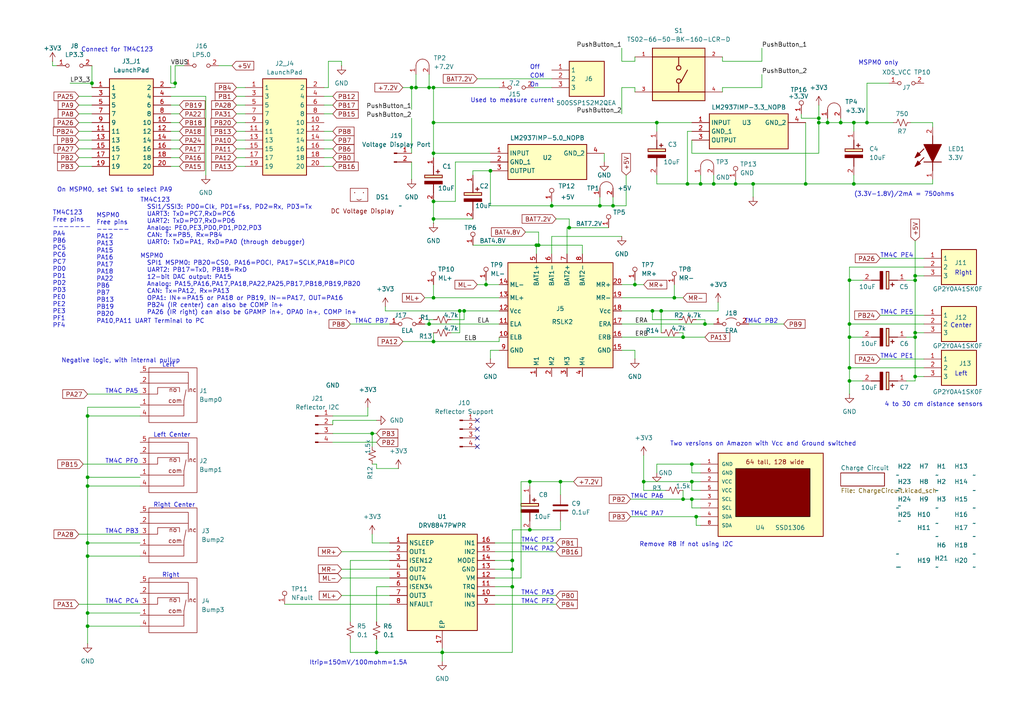
<source format=kicad_sch>
(kicad_sch (version 20231120) (generator "eeschema") (generator_version "8.0")
  (paper "A4")
  (title_block (title "Robotics System Learning Kit") (date "2024-08-16") (rev "v2.0.2b") (company "The University of Texas at Austin"))
  (junction (at 204.47 93.98))
  (junction (at 184.15 82.55))
  (junction (at 155.575 71.12))
  (junction (at 153.67 153.67))
  (junction (at 265.43 81.28))
  (junction (at 198.12 144.78))
  (junction (at 156.21 71.12))
  (junction (at 240.03 35.56))
  (junction (at 247.65 35.56))
  (junction (at 124.46 93.98))
  (junction (at 165.1 66.04))
  (junction (at 25.4 177.8))
  (junction (at 125.73 25.4))
  (junction (at 237.49 34.29))
  (junction (at 109.22 189.23))
  (junction (at 107.95 125.73))
  (junction (at 246.38 81.28))
  (junction (at 199.39 53.34))
  (junction (at 125.73 63.5))
  (junction (at 190.5 35.56))
  (junction (at 162.56 139.7))
  (junction (at 148.59 165.1))
  (junction (at 237.49 35.56))
  (junction (at 25.4 138.43))
  (junction (at 148.59 162.56))
  (junction (at 201.93 149.86))
  (junction (at 160.02 59.69))
  (junction (at 200.66 134.62))
  (junction (at 186.69 139.7))
  (junction (at 125.73 35.56))
  (junction (at 119.38 25.4))
  (junction (at 213.36 53.34))
  (junction (at 25.4 181.61))
  (junction (at 120.65 25.4))
  (junction (at 265.43 109.22))
  (junction (at 25.4 120.65))
  (junction (at 246.38 97.79))
  (junction (at 243.84 35.56))
  (junction (at 207.01 53.34))
  (junction (at 50.8 24.13))
  (junction (at 125.73 44.45))
  (junction (at 200.66 139.7))
  (junction (at 233.68 53.34))
  (junction (at 142.24 49.53))
  (junction (at 191.77 90.17))
  (junction (at 133.35 90.17))
  (junction (at 153.67 139.7))
  (junction (at 203.2 53.34))
  (junction (at 265.43 96.52))
  (junction (at 198.12 97.79))
  (junction (at 177.8 59.69))
  (junction (at 125.73 86.36))
  (junction (at 246.38 93.98))
  (junction (at 128.27 189.23))
  (junction (at 140.97 82.55))
  (junction (at 124.46 25.4))
  (junction (at 25.4 161.29))
  (junction (at 247.65 53.34))
  (junction (at 265.43 97.79))
  (junction (at 246.38 110.49))
  (junction (at 125.73 58.42))
  (junction (at 195.58 86.36))
  (junction (at 173.99 59.69))
  (junction (at 251.46 35.56))
  (junction (at 218.44 53.34))
  (junction (at 134.62 90.17))
  (junction (at 25.4 157.48))
  (junction (at 246.38 106.68))
  (junction (at 189.23 90.17))
  (junction (at 200.66 144.78))
  (junction (at 148.59 170.18))
  (junction (at 125.73 99.06))
  (junction (at 26.67 24.13))
  (junction (at 25.4 140.97))
  (junction (at 265.43 80.01))
  (no_connect (at 138.43 121.92))
  (no_connect (at 138.43 124.46))
  (no_connect (at 138.43 127))
  (no_connect (at 138.43 129.54))
  (wire (pts (xy 99.06 167.64) (xy 113.03 167.64)))
  (wire (pts (xy 151.13 139.7) (xy 153.67 139.7)))
  (wire (pts (xy 93.98 45.72) (xy 96.52 45.72)))
  (wire (pts (xy 140.97 82.55) (xy 144.78 82.55)))
  (wire (pts (xy 251.46 35.56) (xy 259.08 35.56)))
  (wire (pts (xy 168.91 71.12) (xy 168.91 73.66)))
  (wire (pts (xy 265.43 81.28) (xy 265.43 96.52)))
  (wire (pts (xy 209.55 25.4) (xy 209.55 26.67)))
  (wire (pts (xy 132.08 46.99) (xy 132.08 58.42)))
  (wire (pts (xy 255.27 104.14) (xy 267.97 104.14)))
  (wire (pts (xy 137.16 49.53) (xy 137.16 50.8)))
  (wire (pts (xy 25.4 177.8) (xy 25.4 161.29)))
  (wire (pts (xy 109.22 134.62) (xy 107.95 134.62)))
  (wire (pts (xy 109.22 170.18) (xy 109.22 180.34)))
  (wire (pts (xy 93.98 40.64) (xy 96.52 40.64)))
  (wire (pts (xy 68.58 45.72) (xy 71.12 45.72)))
  (wire (pts (xy 143.51 160.02) (xy 161.29 160.02)))
  (wire (pts (xy 160.02 68.58) (xy 160.02 73.66)))
  (wire (pts (xy 96.52 121.92) (xy 96.52 123.19)))
  (wire (pts (xy 207.01 50.8) (xy 207.01 53.34)))
  (wire (pts (xy 207.01 53.34) (xy 213.36 53.34)))
  (wire (pts (xy 138.43 22.86) (xy 160.02 22.86)))
  (wire (pts (xy 232.41 33.02) (xy 232.41 34.29)))
  (wire (pts (xy 218.44 53.34) (xy 233.68 53.34)))
  (wire (pts (xy 93.98 30.48) (xy 96.52 30.48)))
  (wire (pts (xy 49.53 38.1) (xy 52.07 38.1)))
  (wire (pts (xy 148.59 153.67) (xy 148.59 162.56)))
  (wire (pts (xy 134.62 92.71) (xy 134.62 90.17)))
  (wire (pts (xy 246.38 110.49) (xy 246.38 114.3)))
  (wire (pts (xy 246.38 77.47) (xy 246.38 81.28)))
  (wire (pts (xy 125.73 99.06) (xy 144.78 99.06)))
  (wire (pts (xy 180.34 13.97) (xy 180.34 17.78)))
  (wire (pts (xy 25.4 177.8) (xy 40.64 177.8)))
  (wire (pts (xy 237.49 35.56) (xy 240.03 35.56)))
  (wire (pts (xy 25.4 140.97) (xy 40.64 140.97)))
  (wire (pts (xy 125.73 25.4) (xy 144.78 25.4)))
  (wire (pts (xy 165.1 63.5) (xy 165.1 66.04)))
  (wire (pts (xy 166.37 139.7) (xy 162.56 139.7)))
  (wire (pts (xy 68.58 43.18) (xy 71.12 43.18)))
  (wire (pts (xy 50.8 24.13) (xy 50.8 19.05)))
  (wire (pts (xy 22.86 30.48) (xy 26.67 30.48)))
  (wire (pts (xy 68.58 48.26) (xy 71.12 48.26)))
  (wire (pts (xy 96.52 125.73) (xy 107.95 125.73)))
  (wire (pts (xy 184.15 17.78) (xy 184.15 16.51)))
  (wire (pts (xy 148.59 162.56) (xy 148.59 165.1)))
  (wire (pts (xy 196.85 96.52) (xy 198.12 96.52)))
  (wire (pts (xy 200.66 40.64) (xy 200.66 44.45)))
  (wire (pts (xy 251.46 24.13) (xy 251.46 35.56)))
  (wire (pts (xy 22.86 175.26) (xy 40.64 175.26)))
  (wire (pts (xy 184.15 101.6) (xy 180.34 101.6)))
  (wire (pts (xy 195.58 82.55) (xy 195.58 86.36)))
  (wire (pts (xy 143.51 172.72) (xy 161.29 172.72)))
  (wire (pts (xy 155.575 71.12) (xy 155.575 73.66)))
  (wire (pts (xy 246.38 97.79) (xy 250.19 97.79)))
  (wire (pts (xy 125.73 44.45) (xy 125.73 35.56)))
  (wire (pts (xy 25.4 138.43) (xy 40.64 138.43)))
  (wire (pts (xy 200.66 38.1) (xy 199.39 38.1)))
  (wire (pts (xy 189.23 92.71) (xy 189.23 90.17)))
  (wire (pts (xy 25.4 118.11) (xy 40.64 118.11)))
  (wire (pts (xy 124.46 25.4) (xy 125.73 25.4)))
  (wire (pts (xy 25.4 181.61) (xy 25.4 177.8)))
  (wire (pts (xy 116.84 99.06) (xy 125.73 99.06)))
  (wire (pts (xy 247.65 53.34) (xy 270.51 53.34)))
  (wire (pts (xy 161.29 63.5) (xy 165.1 63.5)))
  (wire (pts (xy 189.23 90.17) (xy 191.77 90.17)))
  (wire (pts (xy 107.95 125.73) (xy 109.22 125.73)))
  (wire (pts (xy 186.69 132.08) (xy 186.69 139.7)))
  (wire (pts (xy 220.98 25.4) (xy 209.55 25.4)))
  (wire (pts (xy 180.34 93.98) (xy 204.47 93.98)))
  (wire (pts (xy 262.89 81.28) (xy 265.43 81.28)))
  (wire (pts (xy 133.35 96.52) (xy 133.35 90.17)))
  (wire (pts (xy 113.03 170.18) (xy 109.22 170.18)))
  (wire (pts (xy 93.98 25.4) (xy 95.25 25.4)))
  (wire (pts (xy 96.52 120.65) (xy 106.68 120.65)))
  (wire (pts (xy 180.34 25.4) (xy 184.15 25.4)))
  (wire (pts (xy 156.21 71.12) (xy 168.91 71.12)))
  (wire (pts (xy 116.84 25.4) (xy 119.38 25.4)))
  (wire (pts (xy 125.73 92.71) (xy 124.46 92.71)))
  (wire (pts (xy 255.27 74.93) (xy 267.97 74.93)))
  (wire (pts (xy 25.4 120.65) (xy 40.64 120.65)))
  (wire (pts (xy 109.22 185.42) (xy 109.22 189.23)))
  (wire (pts (xy 59.69 27.94) (xy 59.69 50.8)))
  (wire (pts (xy 198.12 144.78) (xy 200.66 144.78)))
  (wire (pts (xy 99.06 160.02) (xy 113.03 160.02)))
  (wire (pts (xy 68.58 38.1) (xy 71.12 38.1)))
  (wire (pts (xy 184.15 104.14) (xy 184.15 101.6)))
  (wire (pts (xy 96.52 128.27) (xy 109.22 128.27)))
  (wire (pts (xy 220.98 21.59) (xy 220.98 25.4)))
  (wire (pts (xy 24.13 134.62) (xy 40.64 134.62)))
  (wire (pts (xy 109.22 134.62) (xy 109.22 135.89)))
  (wire (pts (xy 107.95 157.48) (xy 107.95 154.94)))
  (wire (pts (xy 124.46 92.71) (xy 124.46 93.98)))
  (wire (pts (xy 101.6 189.23) (xy 109.22 189.23)))
  (wire (pts (xy 125.73 35.56) (xy 125.73 25.4)))
  (wire (pts (xy 49.53 43.18) (xy 52.07 43.18)))
  (wire (pts (xy 153.67 140.97) (xy 153.67 139.7)))
  (wire (pts (xy 190.5 134.62) (xy 190.5 137.16)))
  (wire (pts (xy 162.56 151.13) (xy 162.56 153.67)))
  (wire (pts (xy 107.95 125.73) (xy 107.95 129.54)))
  (wire (pts (xy 160.02 59.69) (xy 173.99 59.69)))
  (wire (pts (xy 119.38 25.4) (xy 119.38 31.75)))
  (wire (pts (xy 68.58 33.02) (xy 71.12 33.02)))
  (wire (pts (xy 246.38 81.28) (xy 250.19 81.28)))
  (wire (pts (xy 190.5 50.8) (xy 190.5 53.34)))
  (wire (pts (xy 125.73 82.55) (xy 125.73 86.36)))
  (wire (pts (xy 50.8 25.4) (xy 50.8 24.13)))
  (wire (pts (xy 203.2 147.32) (xy 200.66 147.32)))
  (wire (pts (xy 180.34 86.36) (xy 195.58 86.36)))
  (wire (pts (xy 111.76 90.17) (xy 111.76 88.9)))
  (wire (pts (xy 22.86 27.94) (xy 26.67 27.94)))
  (wire (pts (xy 220.98 13.97) (xy 220.98 17.78)))
  (wire (pts (xy 243.84 34.29) (xy 243.84 35.56)))
  (wire (pts (xy 232.41 34.29) (xy 237.49 34.29)))
  (wire (pts (xy 154.94 25.4) (xy 160.02 25.4)))
  (wire (pts (xy 182.88 149.86) (xy 201.93 149.86)))
  (wire (pts (xy 142.24 101.6) (xy 144.78 101.6)))
  (wire (pts (xy 20.32 24.13) (xy 26.67 24.13)))
  (wire (pts (xy 251.46 24.13) (xy 257.81 24.13)))
  (wire (pts (xy 16.51 19.05) (xy 15.24 19.05)))
  (wire (pts (xy 109.22 121.92) (xy 96.52 121.92)))
  (wire (pts (xy 182.88 144.78) (xy 198.12 144.78)))
  (wire (pts (xy 153.67 153.67) (xy 148.59 153.67)))
  (wire (pts (xy 267.97 96.52) (xy 265.43 96.52)))
  (wire (pts (xy 186.69 139.7) (xy 200.66 139.7)))
  (wire (pts (xy 200.66 134.62) (xy 203.2 134.62)))
  (wire (pts (xy 119.38 46.99) (xy 119.38 52.07)))
  (wire (pts (xy 99.06 165.1) (xy 113.03 165.1)))
  (wire (pts (xy 22.86 40.64) (xy 26.67 40.64)))
  (wire (pts (xy 201.93 152.4) (xy 201.93 149.86)))
  (wire (pts (xy 267.97 109.22) (xy 265.43 109.22)))
  (wire (pts (xy 93.98 48.26) (xy 96.52 48.26)))
  (wire (pts (xy 265.43 110.49) (xy 265.43 109.22)))
  (wire (pts (xy 190.5 134.62) (xy 200.66 134.62)))
  (wire (pts (xy 25.4 140.97) (xy 25.4 138.43)))
  (wire (pts (xy 220.98 17.78) (xy 209.55 17.78)))
  (wire (pts (xy 198.12 144.78) (xy 198.12 142.24)))
  (wire (pts (xy 246.38 106.68) (xy 246.38 110.49)))
  (wire (pts (xy 50.8 19.05) (xy 53.34 19.05)))
  (wire (pts (xy 25.4 120.65) (xy 25.4 138.43)))
  (wire (pts (xy 22.86 33.02) (xy 26.67 33.02)))
  (wire (pts (xy 203.2 137.16) (xy 200.66 137.16)))
  (wire (pts (xy 156.21 67.31) (xy 156.21 71.12)))
  (wire (pts (xy 247.65 50.8) (xy 247.65 53.34)))
  (wire (pts (xy 142.24 104.14) (xy 142.24 101.6)))
  (wire (pts (xy 101.6 93.98) (xy 113.03 93.98)))
  (wire (pts (xy 246.38 81.28) (xy 246.38 93.98)))
  (wire (pts (xy 162.56 153.67) (xy 153.67 153.67)))
  (wire (pts (xy 186.69 142.24) (xy 186.69 139.7)))
  (wire (pts (xy 213.36 52.07) (xy 213.36 53.34)))
  (wire (pts (xy 49.53 25.4) (xy 50.8 25.4)))
  (wire (pts (xy 209.55 17.78) (xy 209.55 16.51)))
  (wire (pts (xy 198.12 97.79) (xy 204.47 97.79)))
  (wire (pts (xy 184.15 81.28) (xy 184.15 82.55)))
  (wire (pts (xy 49.53 24.13) (xy 50.8 24.13)))
  (wire (pts (xy 270.51 53.34) (xy 270.51 52.07)))
  (wire (pts (xy 25.4 140.97) (xy 25.4 157.48)))
  (wire (pts (xy 233.68 53.34) (xy 247.65 53.34)))
  (wire (pts (xy 26.67 19.05) (xy 26.67 24.13)))
  (wire (pts (xy 143.51 165.1) (xy 148.59 165.1)))
  (wire (pts (xy 193.04 142.24) (xy 186.69 142.24)))
  (wire (pts (xy 113.03 157.48) (xy 107.95 157.48)))
  (wire (pts (xy 200.66 147.32) (xy 200.66 144.78)))
  (wire (pts (xy 200.66 144.78) (xy 203.2 144.78)))
  (wire (pts (xy 125.73 35.56) (xy 190.5 35.56)))
  (wire (pts (xy 264.16 35.56) (xy 270.51 35.56)))
  (wire (pts (xy 184.15 82.55) (xy 180.34 82.55)))
  (wire (pts (xy 93.98 38.1) (xy 96.52 38.1)))
  (wire (pts (xy 233.68 35.56) (xy 233.68 53.34)))
  (wire (pts (xy 130.81 96.52) (xy 133.35 96.52)))
  (wire (pts (xy 180.34 90.17) (xy 189.23 90.17)))
  (wire (pts (xy 68.58 27.94) (xy 71.12 27.94)))
  (wire (pts (xy 68.58 30.48) (xy 71.12 30.48)))
  (wire (pts (xy 144.78 99.06) (xy 144.78 97.79)))
  (wire (pts (xy 246.38 106.68) (xy 267.97 106.68)))
  (wire (pts (xy 119.38 25.4) (xy 120.65 25.4)))
  (wire (pts (xy 22.86 45.72) (xy 26.67 45.72)))
  (wire (pts (xy 180.34 68.58) (xy 160.02 68.58)))
  (wire (pts (xy 237.49 35.56) (xy 237.49 44.45)))
  (wire (pts (xy 22.86 38.1) (xy 26.67 38.1)))
  (wire (pts (xy 237.49 34.29) (xy 237.49 30.48)))
  (wire (pts (xy 49.53 48.26) (xy 52.07 48.26)))
  (wire (pts (xy 143.51 170.18) (xy 148.59 170.18)))
  (wire (pts (xy 82.55 175.26) (xy 113.03 175.26)))
  (wire (pts (xy 143.51 162.56) (xy 148.59 162.56)))
  (wire (pts (xy 189.23 92.71) (xy 196.85 92.71)))
  (wire (pts (xy 22.86 35.56) (xy 26.67 35.56)))
  (wire (pts (xy 95.25 25.4) (xy 95.25 17.78)))
  (wire (pts (xy 25.4 157.48) (xy 40.64 157.48)))
  (wire (pts (xy 63.5 19.05) (xy 67.31 19.05)))
  (wire (pts (xy 240.03 35.56) (xy 243.84 35.56)))
  (wire (pts (xy 49.53 40.64) (xy 52.07 40.64)))
  (wire (pts (xy 165.1 66.04) (xy 176.53 66.04)))
  (wire (pts (xy 191.77 90.17) (xy 208.28 90.17)))
  (wire (pts (xy 49.53 35.56) (xy 52.07 35.56)))
  (wire (pts (xy 68.58 40.64) (xy 71.12 40.64)))
  (wire (pts (xy 124.46 21.59) (xy 124.46 25.4)))
  (wire (pts (xy 125.73 58.42) (xy 132.08 58.42)))
  (wire (pts (xy 164.465 66.04) (xy 164.465 73.66)))
  (wire (pts (xy 148.59 165.1) (xy 148.59 170.18)))
  (wire (pts (xy 162.56 139.7) (xy 162.56 143.51)))
  (wire (pts (xy 49.53 33.02) (xy 52.07 33.02)))
  (wire (pts (xy 124.46 93.98) (xy 144.78 93.98)))
  (wire (pts (xy 99.06 17.78) (xy 99.06 19.05)))
  (wire (pts (xy 181.61 50.8) (xy 181.61 59.69)))
  (wire (pts (xy 128.27 189.23) (xy 128.27 191.77)))
  (wire (pts (xy 93.98 27.94) (xy 96.52 27.94)))
  (wire (pts (xy 25.4 114.3) (xy 40.64 114.3)))
  (wire (pts (xy 25.4 161.29) (xy 40.64 161.29)))
  (wire (pts (xy 137.16 49.53) (xy 142.24 49.53)))
  (wire (pts (xy 217.17 93.98) (xy 227.33 93.98)))
  (wire (pts (xy 22.86 154.94) (xy 40.64 154.94)))
  (wire (pts (xy 240.03 34.29) (xy 240.03 35.56)))
  (wire (pts (xy 173.99 57.15) (xy 173.99 59.69)))
  (wire (pts (xy 68.58 25.4) (xy 71.12 25.4)))
  (wire (pts (xy 190.5 35.56) (xy 200.66 35.56)))
  (wire (pts (xy 199.39 53.34) (xy 203.2 53.34)))
  (wire (pts (xy 267.97 80.01) (xy 265.43 80.01)))
  (wire (pts (xy 184.15 82.55) (xy 186.69 82.55)))
  (wire (pts (xy 125.73 58.42) (xy 125.73 63.5)))
  (wire (pts (xy 148.59 189.23) (xy 128.27 189.23)))
  (wire (pts (xy 132.08 46.99) (xy 142.24 46.99)))
  (wire (pts (xy 111.76 90.17) (xy 133.35 90.17)))
  (wire (pts (xy 26.67 24.13) (xy 26.67 25.4)))
  (wire (pts (xy 180.34 97.79) (xy 198.12 97.79)))
  (wire (pts (xy 25.4 181.61) (xy 25.4 186.69)))
  (wire (pts (xy 246.38 110.49) (xy 250.19 110.49)))
  (wire (pts (xy 265.43 80.01) (xy 265.43 69.85)))
  (wire (pts (xy 93.98 43.18) (xy 96.52 43.18)))
  (wire (pts (xy 124.46 25.4) (xy 120.65 25.4)))
  (wire (pts (xy 143.51 157.48) (xy 161.29 157.48)))
  (wire (pts (xy 153.67 139.7) (xy 162.56 139.7)))
  (wire (pts (xy 155.575 71.12) (xy 156.21 71.12)))
  (wire (pts (xy 160.02 58.42) (xy 160.02 59.69)))
  (wire (pts (xy 208.28 87.63) (xy 208.28 90.17)))
  (wire (pts (xy 142.24 59.69) (xy 160.02 59.69)))
  (wire (pts (xy 15.24 19.05) (xy 15.24 17.78)))
  (wire (pts (xy 265.43 97.79) (xy 265.43 96.52)))
  (wire (pts (xy 177.8 59.69) (xy 181.61 59.69)))
  (wire (pts (xy 138.43 82.55) (xy 140.97 82.55)))
  (wire (pts (xy 184.15 25.4) (xy 184.15 26.67)))
  (wire (pts (xy 200.66 139.7) (xy 203.2 139.7)))
  (wire (pts (xy 123.19 86.36) (xy 125.73 86.36)))
  (wire (pts (xy 148.59 170.18) (xy 148.59 189.23)))
  (wire (pts (xy 191.77 90.17) (xy 191.77 96.52)))
  (wire (pts (xy 262.89 110.49) (xy 265.43 110.49)))
  (wire (pts (xy 125.73 44.45) (xy 142.24 44.45)))
  (wire (pts (xy 101.6 162.56) (xy 101.6 180.34)))
  (wire (pts (xy 198.12 96.52) (xy 198.12 97.79)))
  (wire (pts (xy 109.22 135.89) (xy 115.57 135.89)))
  (wire (pts (xy 190.5 53.34) (xy 199.39 53.34)))
  (wire (pts (xy 247.65 38.1) (xy 247.65 35.56)))
  (wire (pts (xy 125.73 63.5) (xy 137.16 63.5)))
  (wire (pts (xy 203.2 50.8) (xy 203.2 53.34)))
  (wire (pts (xy 99.06 172.72) (xy 113.03 172.72)))
  (wire (pts (xy 246.38 93.98) (xy 246.38 97.79)))
  (wire (pts (xy 109.22 189.23) (xy 128.27 189.23)))
  (wire (pts (xy 237.49 35.56) (xy 237.49 34.29)))
  (wire (pts (xy 195.58 86.36) (xy 198.12 86.36)))
  (wire (pts (xy 243.84 35.56) (xy 247.65 35.56)))
  (wire (pts (xy 22.86 43.18) (xy 26.67 43.18)))
  (wire (pts (xy 137.16 71.12) (xy 155.575 71.12)))
  (wire (pts (xy 201.93 149.86) (xy 203.2 149.86)))
  (wire (pts (xy 120.65 21.59) (xy 120.65 25.4)))
  (wire (pts (xy 255.27 91.44) (xy 267.97 91.44)))
  (wire (pts (xy 143.51 167.64) (xy 151.13 167.64)))
  (wire (pts (xy 49.53 27.94) (xy 59.69 27.94)))
  (wire (pts (xy 134.62 90.17) (xy 144.78 90.17)))
  (wire (pts (xy 203.2 152.4) (xy 201.93 152.4)))
  (wire (pts (xy 49.53 30.48) (xy 52.07 30.48)))
  (wire (pts (xy 218.44 53.34) (xy 218.44 57.15)))
  (wire (pts (xy 125.73 96.52) (xy 125.73 99.06)))
  (wire (pts (xy 125.73 44.45) (xy 125.73 45.72)))
  (wire (pts (xy 200.66 137.16) (xy 200.66 134.62)))
  (wire (pts (xy 180.34 17.78) (xy 184.15 17.78)))
  (wire (pts (xy 200.66 44.45) (xy 237.49 44.45)))
  (wire (pts (xy 22.86 48.26) (xy 26.67 48.26)))
  (wire (pts (xy 246.38 97.79) (xy 246.38 106.68)))
  (wire (pts (xy 68.58 35.56) (xy 71.12 35.56)))
  (wire (pts (xy 106.68 118.11) (xy 106.68 120.65)))
  (wire (pts (xy 180.34 25.4) (xy 180.34 33.02)))
  (wire (pts (xy 203.2 142.24) (xy 200.66 142.24)))
  (wire (pts (xy 113.03 162.56) (xy 101.6 162.56)))
  (wire (pts (xy 93.98 33.02) (xy 96.52 33.02)))
  (wire (pts (xy 152.4 67.31) (xy 156.21 67.31)))
  (wire (pts (xy 204.47 92.71) (xy 204.47 93.98)))
  (wire (pts (xy 125.73 63.5) (xy 125.73 64.77)))
  (wire (pts (xy 119.38 34.29) (xy 119.38 44.45)))
  (wire (pts (xy 262.89 97.79) (xy 265.43 97.79)))
  (wire (pts (xy 133.35 90.17) (xy 134.62 90.17)))
  (wire (pts (xy 25.4 181.61) (xy 40.64 181.61)))
  (wire (pts (xy 25.4 118.11) (xy 25.4 120.65)))
  (wire (pts (xy 130.81 92.71) (xy 134.62 92.71)))
  (wire (pts (xy 123.19 93.98) (xy 124.46 93.98)))
  (wire (pts (xy 246.38 93.98) (xy 267.97 93.98)))
  (wire (pts (xy 190.5 35.56) (xy 190.5 38.1)))
  (wire (pts (xy 265.43 109.22) (xy 265.43 97.79)))
  (wire (pts (xy 203.2 53.34) (xy 207.01 53.34)))
  (wire (pts (xy 25.4 161.29) (xy 25.4 157.48)))
  (wire (pts (xy 265.43 80.01) (xy 265.43 81.28)))
  (wire (pts (xy 101.6 185.42) (xy 101.6 189.23)))
  (wire (pts (xy 201.93 92.71) (xy 204.47 92.71)))
  (wire (pts (xy 270.51 35.56) (xy 270.51 36.83)))
  (wire (pts (xy 143.51 175.26) (xy 161.29 175.26)))
  (wire (pts (xy 128.27 187.96) (xy 128.27 189.23)))
  (wire (pts (xy 199.39 38.1) (xy 199.39 53.34)))
  (wire (pts (xy 200.66 142.24) (xy 200.66 139.7)))
  (wire (pts (xy 177.8 59.69) (xy 173.99 59.69)))
  (wire (pts (xy 95.25 17.78) (xy 99.06 17.78)))
  (wire (pts (xy 140.97 81.28) (xy 140.97 82.55)))
  (wire (pts (xy 151.13 167.64) (xy 151.13 139.7)))
  (wire (pts (xy 49.53 19.05) (xy 49.53 24.13)))
  (wire (pts (xy 175.26 44.45) (xy 175.26 46.99)))
  (wire (pts (xy 125.73 86.36) (xy 144.78 86.36)))
  (wire (pts (xy 177.8 57.15) (xy 177.8 59.69)))
  (wire (pts (xy 204.47 93.98) (xy 207.01 93.98)))
  (wire (pts (xy 247.65 35.56) (xy 251.46 35.56)))
  (wire (pts (xy 246.38 77.47) (xy 267.97 77.47)))
  (wire (pts (xy 142.24 49.53) (xy 142.24 59.69)))
  (wire (pts (xy 49.53 45.72) (xy 52.07 45.72)))
  (wire (pts (xy 164.465 66.04) (xy 165.1 66.04)))
  (wire (pts (xy 213.36 53.34) (xy 218.44 53.34)))
  (text "TM4C PB7" (at 102.87 93.98 0) (effects (font (size 1.27 1.27)) (justify left bottom)))
  (text "TM4C PE5" (at 255.27 91.44 0) (effects (font (size 1.27 1.27)) (justify left bottom)))
  (text "Negative logic, with internal pullup" (at 17.78 105.41 0) (effects (font (size 1.27 1.27)) (justify left bottom)))
  (text "TM4C PF2" (at 151.13 175.26 0) (effects (font (size 1.27 1.27)) (justify left bottom)))
  (text "TM4C PC4" (at 30.48 175.26 0) (effects (font (size 1.27 1.27)) (justify left bottom)))
  (text "Used to measure current" (at 148.59 29.21 0) (effects (font (size 1.27 1.27))))
  (text "Right" (at 276.86 80.01 0) (effects (font (size 1.27 1.27)) (justify left bottom)))
  (text "TM4C PA3" (at 151.13 172.72 0) (effects (font (size 1.27 1.27)) (justify left bottom)))
  (text "MSPM0 \nFree pins\n------\nPA12    \nPA13    \nPA15 \nPA16    \nPA17    \nPA18    \nPA22 \nPB6   \nPB7\nPB13    \nPB19    \nPB20    \nPA10,PA11 UART Terminal to PC" (at 27.94 93.98 0) (effects (font (size 1.27 1.27)) (justify left bottom)))
  (text "On" (at 153.67 25.4 0) (effects (font (size 1.27 1.27)) (justify left bottom)))
  (text "TM4C PB2" (at 215.9 93.98 0) (effects (font (size 1.27 1.27)) (justify left bottom)))
  (text "TM4C123 \nFree pins\n-------\nPA4\nPB6\nPC5\nPC6\nPC7\nPD0\nPD1\nPD2\nPD3\nPE0\nPE2\nPE3\nPF1\nPF4" (at 15.24 95.25 0) (effects (font (size 1.27 1.27)) (justify left bottom)))
  (text "Left Center" (at 44.45 127 0) (effects (font (size 1.27 1.27)) (justify left bottom)))
  (text "Connect for TM4C123" (at 44.45 15.24 0) (effects (font (size 1.27 1.27)) (justify right bottom)))
  (text "Left" (at 46.99 106.68 0) (effects (font (size 1.27 1.27)) (justify left bottom)))
  (text "TM4C PF3" (at 151.13 157.48 0) (effects (font (size 1.27 1.27)) (justify left bottom)))
  (text "TM4C PA6" (at 182.88 144.78 0) (effects (font (size 1.27 1.27)) (justify left bottom)))
  (text "MSPM0 \n  SPI1 MSPM0: PB20=CS0, PA16=POCI, PA17=SCLK,PA18=PICO\n  UART2: PB17=TxD, PB18=RxD\n  12-bit DAC output: PA15 \n  Analog: PA15,PA16,PA17,PA18,PA22,PA25,PB17,PB18,PB19,PB20\n  CAN: Tx=PA12, Rx=PA13\n  OPA1: IN+=PA15 or PA18 or PB19, IN-=PA17, OUT=PA16\n  PB24 (IR center) can also be COMP in+\n  PA26 (IR right) can also be GPAMP in+, OPA0 in+, COMP in+" (at 40.64 91.44 0) (effects (font (size 1.27 1.27)) (justify left bottom)))
  (text "TM4C PF0" (at 30.48 134.62 0) (effects (font (size 1.27 1.27)) (justify left bottom)))
  (text "Two versions on Amazon with Vcc and Ground switched" (at 194.31 129.54 0) (effects (font (size 1.27 1.27)) (justify left bottom)))
  (text "Itrip=150mV/100mohm=1.5A" (at 118.11 193.04 0) (effects (font (size 1.27 1.27)) (justify right bottom)))
  (text "TM4C PA5" (at 30.48 114.3 0) (effects (font (size 1.27 1.27)) (justify left bottom)))
  (text "Off" (at 153.67 20.32 0) (effects (font (size 1.27 1.27)) (justify left bottom)))
  (text "4 to 30 cm distance sensors" (at 256.54 118.11 0) (effects (font (size 1.27 1.27)) (justify left bottom)))
  (text "On MSPM0, set SW1 to select PA9" (at 16.51 55.88 0) (effects (font (size 1.27 1.27)) (justify left bottom)))
  (text "Left" (at 276.86 109.22 0) (effects (font (size 1.27 1.27)) (justify left bottom)))
  (text "Remove R8 if not using I2C" (at 185.42 158.75 0) (effects (font (size 1.27 1.27)) (justify left bottom)))
  (text "Right Center" (at 44.45 147.32 0) (effects (font (size 1.27 1.27)) (justify left bottom)))
  (text "Center" (at 275.59 95.25 0) (effects (font (size 1.27 1.27)) (justify left bottom)))
  (text "TM4C PE4" (at 255.27 74.93 0) (effects (font (size 1.27 1.27)) (justify left bottom)))
  (text "(3.3V-1.8V)/2mA = 750ohms" (at 276.86 57.15 0) (effects (font (size 1.27 1.27)) (justify right bottom)))
  (text "TM4C PB3" (at 30.48 154.94 0) (effects (font (size 1.27 1.27)) (justify left bottom)))
  (text "TM4C PA7" (at 182.88 149.86 0) (effects (font (size 1.27 1.27)) (justify left bottom)))
  (text "MSPM0 only" (at 248.92 19.05 0) (effects (font (size 1.27 1.27)) (justify left bottom)))
  (text "Right" (at 46.99 167.64 0) (effects (font (size 1.27 1.27)) (justify left bottom)))
  (text "COM" (at 153.67 22.86 0) (effects (font (size 1.27 1.27)) (justify left bottom)))
  (text "TM4C PE1" (at 255.27 104.14 0) (effects (font (size 1.27 1.27)) (justify left bottom)))
  (text "TM4C PA2" (at 151.13 160.02 0) (effects (font (size 1.27 1.27)) (justify left bottom)))
  (text "TM4C123\n  SSI1/SSI3: PD0=Clk, PD1=Fss, PD2=Rx, PD3=Tx\n  UART3: TxD=PC7,RxD=PC6\n  UART2: TxD=PD7,RxD=PD6\n  Analog: PE0,PE3,PD0,PD1,PD2,PD3\n  CAN: Tx=PB5, Rx=PB4\n  UART0: TxD=PA1, RxD=PA0 (through debugger)" (at 40.64 71.12 0) (effects (font (size 1.27 1.27)) (justify left bottom)))
  (label "ELB" (at 134.62 99.06 0))
  (label "PushButton_1" (at 180.34 13.97 180))
  (label "PushButton_2" (at 180.34 33.02 180))
  (label "ELA" (at 138.43 93.98 0))
  (label "ERA" (at 184.15 93.98 0))
  (label "PushButton_1" (at 220.98 13.97 0))
  (label "LP3_3" (at 20.32 24.13 0))
  (label "PushButton_2" (at 220.98 21.59 0))
  (label "ERB" (at 184.15 97.79 0))
  (label "PushButton_2" (at 119.38 34.29 180))
  (label "VBUS" (at 49.53 19.05 0))
  (label "PushButton_1" (at 119.38 31.75 180))
  (global_label "PA26" (shape input) (at 22.86 35.56 180) (property "Intersheetrefs" "${INTERSHEET_REFS}" (effects (hide yes))))
  (global_label "ML-" (shape input) (at 138.43 82.55 180) (property "Intersheetrefs" "${INTERSHEET_REFS}" (effects (hide yes))))
  (global_label "+5V" (shape input) (at 265.43 69.85 90) (property "Intersheetrefs" "${INTERSHEET_REFS}" (effects (hide yes))))
  (global_label "PA10" (shape input) (at 68.58 40.64 180) (property "Intersheetrefs" "${INTERSHEET_REFS}" (effects (hide yes))))
  (global_label "PA13" (shape input) (at 68.58 48.26 180) (property "Intersheetrefs" "${INTERSHEET_REFS}" (effects (hide yes))))
  (global_label "MR+" (shape input) (at 186.69 82.55 0) (property "Intersheetrefs" "${INTERSHEET_REFS}" (effects (hide yes))))
  (global_label "PB0" (shape input) (at 161.29 172.72 0) (property "Intersheetrefs" "${INTERSHEET_REFS}" (effects (hide yes))))
  (global_label "+5V" (shape input) (at 181.61 50.8 90) (property "Intersheetrefs" "${INTERSHEET_REFS}" (effects (hide yes))))
  (global_label "PB24" (shape input) (at 22.86 38.1 180) (property "Intersheetrefs" "${INTERSHEET_REFS}" (effects (hide yes))))
  (global_label "PA15" (shape input) (at 52.07 48.26 0) (property "Intersheetrefs" "${INTERSHEET_REFS}" (effects (hide yes))))
  (global_label "PA27" (shape input) (at 25.4 114.3 180) (property "Intersheetrefs" "${INTERSHEET_REFS}" (effects (hide yes))))
  (global_label "PB13" (shape input) (at 68.58 38.1 180) (property "Intersheetrefs" "${INTERSHEET_REFS}" (effects (hide yes))))
  (global_label "PA22" (shape input) (at 52.07 33.02 0) (property "Intersheetrefs" "${INTERSHEET_REFS}" (effects (hide yes))))
  (global_label "PB3" (shape input) (at 22.86 48.26 180) (property "Intersheetrefs" "${INTERSHEET_REFS}" (effects (hide yes))))
  (global_label "PA13" (shape input) (at 204.47 97.79 0) (property "Intersheetrefs" "${INTERSHEET_REFS}" (effects (hide yes))))
  (global_label "PB4" (shape input) (at 68.58 25.4 180) (property "Intersheetrefs" "${INTERSHEET_REFS}" (effects (hide yes))))
  (global_label "PB2" (shape input) (at 109.22 128.27 0) (property "Intersheetrefs" "${INTERSHEET_REFS}" (effects (hide yes))))
  (global_label "PA28" (shape input) (at 68.58 30.48 180) (property "Intersheetrefs" "${INTERSHEET_REFS}" (effects (hide yes))))
  (global_label "PB2" (shape input) (at 22.86 45.72 180) (property "Intersheetrefs" "${INTERSHEET_REFS}" (effects (hide yes))))
  (global_label "PB1" (shape input) (at 161.29 157.48 0) (property "Intersheetrefs" "${INTERSHEET_REFS}" (effects (hide yes))))
  (global_label "PA25" (shape input) (at 22.86 27.94 180) (property "Intersheetrefs" "${INTERSHEET_REFS}" (effects (hide yes))))
  (global_label "PB3" (shape input) (at 182.88 149.86 180) (property "Intersheetrefs" "${INTERSHEET_REFS}" (effects (hide yes))))
  (global_label "PA26" (shape input) (at 255.27 74.93 180) (property "Intersheetrefs" "${INTERSHEET_REFS}" (effects (hide yes))))
  (global_label "+5V" (shape input) (at 67.31 19.05 0) (property "Intersheetrefs" "${INTERSHEET_REFS}" (effects (hide yes))))
  (global_label "PB2" (shape input) (at 182.88 144.78 180) (property "Intersheetrefs" "${INTERSHEET_REFS}" (effects (hide yes))))
  (global_label "BAT4.8V" (shape input) (at 152.4 67.31 180) (property "Intersheetrefs" "${INTERSHEET_REFS}" (effects (hide yes))))
  (global_label "PB19" (shape input) (at 52.07 30.48 0) (property "Intersheetrefs" "${INTERSHEET_REFS}" (effects (hide yes))))
  (global_label "PA18" (shape input) (at 52.07 38.1 0) (property "Intersheetrefs" "${INTERSHEET_REFS}" (effects (hide yes))))
  (global_label "PA24" (shape input) (at 255.27 104.14 180) (property "Intersheetrefs" "${INTERSHEET_REFS}" (effects (hide yes))))
  (global_label "PB8" (shape input) (at 101.6 93.98 180) (property "Intersheetrefs" "${INTERSHEET_REFS}" (effects (hide yes))))
  (global_label "PA8" (shape input) (at 22.86 33.02 180) (property "Intersheetrefs" "${INTERSHEET_REFS}" (effects (hide yes))))
  (global_label "PB3" (shape input) (at 109.22 125.73 0) (property "Intersheetrefs" "${INTERSHEET_REFS}" (effects (hide yes))))
  (global_label "PB9" (shape input) (at 227.33 93.98 0) (property "Intersheetrefs" "${INTERSHEET_REFS}" (effects (hide yes))))
  (global_label "PA28" (shape input) (at 22.86 154.94 180) (property "Intersheetrefs" "${INTERSHEET_REFS}" (effects (hide yes))))
  (global_label "BAT7.2V" (shape input) (at 161.29 63.5 180) (property "Intersheetrefs" "${INTERSHEET_REFS}" (effects (hide yes))))
  (global_label "ML-" (shape input) (at 99.06 167.64 180) (property "Intersheetrefs" "${INTERSHEET_REFS}" (effects (hide yes))))
  (global_label "PB8" (shape input) (at 96.52 38.1 0) (property "Intersheetrefs" "${INTERSHEET_REFS}" (effects (hide yes))))
  (global_label "PB17" (shape input) (at 96.52 30.48 0) (property "Intersheetrefs" "${INTERSHEET_REFS}" (effects (hide yes))))
  (global_label "PB6" (shape input) (at 96.52 43.18 0) (property "Intersheetrefs" "${INTERSHEET_REFS}" (effects (hide yes))))
  (global_label "BAT7.2V" (shape input) (at 138.43 22.86 180) (property "Intersheetrefs" "${INTERSHEET_REFS}" (effects (hide yes))))
  (global_label "PB7" (shape input) (at 96.52 40.64 0) (property "Intersheetrefs" "${INTERSHEET_REFS}" (effects (hide yes))))
  (global_label "PA16" (shape input) (at 52.07 45.72 0) (property "Intersheetrefs" "${INTERSHEET_REFS}" (effects (hide yes))))
  (global_label "PB16" (shape input) (at 96.52 48.26 0) (property "Intersheetrefs" "${INTERSHEET_REFS}" (effects (hide yes))))
  (global_label "PA24" (shape input) (at 52.07 40.64 0) (property "Intersheetrefs" "${INTERSHEET_REFS}" (effects (hide yes))))
  (global_label "PB9" (shape input) (at 22.86 40.64 180) (property "Intersheetrefs" "${INTERSHEET_REFS}" (effects (hide yes))))
  (global_label "PB18" (shape input) (at 52.07 35.56 0) (property "Intersheetrefs" "${INTERSHEET_REFS}" (effects (hide yes))))
  (global_label "PB0" (shape input) (at 96.52 45.72 0) (property "Intersheetrefs" "${INTERSHEET_REFS}" (effects (hide yes))))
  (global_label "PA11" (shape input) (at 68.58 43.18 180) (property "Intersheetrefs" "${INTERSHEET_REFS}" (effects (hide yes))))
  (global_label "PA31" (shape input) (at 68.58 33.02 180) (property "Intersheetrefs" "${INTERSHEET_REFS}" (effects (hide yes))))
  (global_label "PB20" (shape input) (at 68.58 35.56 180) (property "Intersheetrefs" "${INTERSHEET_REFS}" (effects (hide yes))))
  (global_label "+7.2V" (shape input) (at 166.37 139.7 0) (property "Intersheetrefs" "${INTERSHEET_REFS}" (effects (hide yes))))
  (global_label "PA12" (shape input) (at 68.58 45.72 180) (property "Intersheetrefs" "${INTERSHEET_REFS}" (effects (hide yes))))
  (global_label "PB15" (shape input) (at 96.52 33.02 0) (property "Intersheetrefs" "${INTERSHEET_REFS}" (effects (hide yes))))
  (global_label "PB12" (shape input) (at 96.52 27.94 0) (property "Intersheetrefs" "${INTERSHEET_REFS}" (effects (hide yes))))
  (global_label "PB24" (shape input) (at 255.27 91.44 180) (property "Intersheetrefs" "${INTERSHEET_REFS}" (effects (hide yes))))
  (global_label "MR+" (shape input) (at 99.06 160.02 180) (property "Intersheetrefs" "${INTERSHEET_REFS}" (effects (hide yes))))
  (global_label "PA27" (shape input) (at 22.86 43.18 180) (property "Intersheetrefs" "${INTERSHEET_REFS}" (effects (hide yes))))
  (global_label "PA31" (shape input) (at 22.86 175.26 180) (property "Intersheetrefs" "${INTERSHEET_REFS}" (effects (hide yes))))
  (global_label "PA9" (shape input) (at 22.86 30.48 180) (property "Intersheetrefs" "${INTERSHEET_REFS}" (effects (hide yes))))
  (global_label "PB4" (shape input) (at 161.29 175.26 0) (property "Intersheetrefs" "${INTERSHEET_REFS}" (effects (hide yes))))
  (global_label "PB15" (shape input) (at 24.13 134.62 180) (property "Intersheetrefs" "${INTERSHEET_REFS}" (effects (hide yes))))
  (global_label "+7.2V" (shape input) (at 116.84 25.4 180) (property "Intersheetrefs" "${INTERSHEET_REFS}" (effects (hide yes))))
  (global_label "PB16" (shape input) (at 161.29 160.02 0) (property "Intersheetrefs" "${INTERSHEET_REFS}" (effects (hide yes))))
  (global_label "PA17" (shape input) (at 52.07 43.18 0) (property "Intersheetrefs" "${INTERSHEET_REFS}" (effects (hide yes))))
  (global_label "PA12" (shape input) (at 116.84 99.06 180) (property "Intersheetrefs" "${INTERSHEET_REFS}" (effects (hide yes))))
  (global_label "PB1" (shape input) (at 68.58 27.94 180) (property "Intersheetrefs" "${INTERSHEET_REFS}" (effects (hide yes))))
  (global_label "ML+" (shape input) (at 99.06 172.72 180) (property "Intersheetrefs" "${INTERSHEET_REFS}" (effects (hide yes))))
  (global_label "ML+" (shape input) (at 123.19 86.36 180) (property "Intersheetrefs" "${INTERSHEET_REFS}" (effects (hide yes))))
  (global_label "MR-" (shape input) (at 198.12 86.36 0) (property "Intersheetrefs" "${INTERSHEET_REFS}" (effects (hide yes))))
  (global_label "MR-" (shape input) (at 99.06 165.1 180) (property "Intersheetrefs" "${INTERSHEET_REFS}" (effects (hide yes))))
  (symbol (lib_id "RSLK2:Testpoint_1") (at 84.455 175.26 0) (unit 1)
    (property "Reference" "TP11" (at 84.455 170.815 0) (effects (justify left)))
    (property "Value" "NFault" (at 84.455 173.355 0) (effects (justify left)))
    (property "Footprint" "RSLK2:Testpoint_1x1" (effects (hide yes)))
    (property "Description" "Testpoint" (effects (hide yes)))
  )
  (symbol (lib_id "RSLK2:MountingHole") (at 271.78 164.465 0) (unit 1)
    (property "Reference" "H19" (at 267.97 162.56 0))
    (property "Value" "~" (at 271.78 164.465 0))
    (property "Footprint" "RSLK2:MountingHole_4_40" (effects (hide yes)))
    (property "Description" "Drill hole for 4-40 screw" (effects (hide yes)))
  )
  (symbol (lib_id "RSLK2:MountingHole") (at 260.35 147.32 0) (unit 1)
    (property "Reference" "H3" (at 273.05 144.78 0))
    (property "Value" "~" (at 260.35 147.32 0))
    (property "Footprint" "RSLK2:MountingHole_4_40" (effects (hide yes)))
    (property "Description" "Drill hole for 4-40 screw" (effects (hide yes)))
  )
  (symbol (lib_id "Connector:Conn_01x04_Pin") (at 91.44 123.19 0) (unit 1)
    (property "Reference" "J21" (at 92.075 115.57 0))
    (property "Value" "Reflector I2C" (at 92.075 118.11 0))
    (property "Footprint" "Connector_PinHeader_2.54mm:PinHeader_1x04_P2.54mm_Vertical" (effects (hide yes)))
    (property "Description" "Generic connector, single row, 01x04, script generated" (effects (hide yes)))
  )
  (symbol (lib_id "power:GND") (at 184.15 104.14 0) (unit 1)
    (property "Reference" "#PWR05" (effects (hide yes)))
    (property "Value" "GND" (at 184.15 109.22 0))
    (property "Description" "Power symbol creates a global label with name \"GND\" , ground" (effects (hide yes)))
  )
  (symbol (lib_id "RSLK2:LM2937IMP-5.0_NOPB") (at 142.24 44.45 0) (unit 1)
    (property "Reference" "U2" (at 158.75 45.72 0))
    (property "Value" "LM2937IMP-5.0_NOPB" (at 158.75 40.005 0))
    (property "Footprint" "RSLK2:SOT230P700X180-4N" (effects (hide yes)))
    (property "Datasheet" "https://www.ti.com/lit/ds/symlink/lm2937.pdf?ts=1607582693087&ref_url=https%253A%252F%252Fwww.ti.com%252Fsitesearch%252Fdocs%252Funiversalsearch.tsp%253FsearchTerm%253DLM2937IMP-3.3%252FNOPB" (effects (hide yes)))
    (property "Description" "LM2937 5.0V 400-mA and 500-mA Voltage Regulators" (effects (hide yes)))
    (property "Height" "1.8" (effects (hide yes)))
    (property "Mouser Part Number" "926-LM2937IMP5.0NOPB " (effects (hide yes)))
    (property "Mouser Price/Stock" "926-LM2937IMP5.0NOPB " (effects (hide yes)))
    (property "Manufacturer_Name" "Texas Instruments" (effects (hide yes)))
    (property "Manufacturer_Part_Number" "LM2937IMP-3.3/NOPB" (effects (hide yes)))
    (property "LCSC" "C42249" (effects (hide yes)))
  )
  (symbol (lib_id "RSLK2:MountingHole") (at 282.575 137.795 0) (unit 1)
    (property "Reference" "H13" (at 278.765 135.255 0))
    (property "Value" "~" (at 282.575 137.795 0))
    (property "Footprint" "RSLK2:MountingHole_4_40" (effects (hide yes)))
    (property "Description" "Drill hole for 4-40 screw" (effects (hide yes)))
  )
  (symbol (lib_id "RSLK2:D2F-01L30-D3_5pin") (at 45.72 158.115 0) (unit 1)
    (property "Reference" "J3" (at 58.42 153.9875 0) (effects (justify left)))
    (property "Value" "Bump2" (at 58.42 156.5275 0) (effects (justify left)))
    (property "Footprint" "RSLK2:D2F-01L30-D3_5pin" (effects (hide yes)))
    (property "Description" "Bump switch" (effects (hide yes)))
  )
  (symbol (lib_id "Connector:Conn_01x04_Pin") (at 133.35 124.46 0) (unit 1)
    (property "Reference" "J10" (at 134.62 116.84 0))
    (property "Value" "Reflector Support" (at 134.62 119.38 0))
    (property "Footprint" "Connector_PinHeader_2.54mm:PinHeader_1x04_P2.54mm_Vertical" (effects (hide yes)))
    (property "Description" "Generic connector, single row, 01x04, script generated" (effects (hide yes)))
  )
  (symbol (lib_id "RSLK2:RSLK2") (at 156.845 90.17 0) (unit 1)
    (property "Reference" "J5" (at 161.29 89.535 0) (effects (justify left)))
    (property "Value" "RSLK2" (at 160.02 93.345 0) (effects (justify left)))
    (property "Footprint" "RSLK2:RSLK_Chassis" (effects (hide yes)))
    (property "Description" "Robotics System Learning Kit Version 2" (effects (hide yes)))
  )
  (symbol (lib_id "power:GND") (at 142.24 104.14 0) (unit 1)
    (property "Reference" "#PWR06" (effects (hide yes)))
    (property "Value" "GND" (at 142.24 109.22 0))
    (property "Description" "Power symbol creates a global label with name \"GND\" , ground" (effects (hide yes)))
  )
  (symbol (lib_id "RSLK2:MountingHole") (at 259.08 149.86 0) (unit 1)
    (property "Reference" "H25" (at 260.35 149.2249 0) (effects (justify left)))
    (property "Value" "~" (at 260.35 151.13 0) (effects (justify left)))
    (property "Footprint" "RSLK2:MountingHole_4_40" (effects (hide yes)))
    (property "Description" "Drill hole for 4-40 screw" (effects (hide yes)))
  )
  (symbol (lib_id "RSLK2:MountingHole") (at 260.35 137.795 0) (unit 1)
    (property "Reference" "H1" (at 273.05 135.255 0))
    (property "Value" "~" (at 260.35 137.795 0))
    (property "Footprint" "RSLK2:MountingHole_4_40" (effects (hide yes)))
    (property "Description" "Drill hole for 4-40 screw" (effects (hide yes)))
  )
  (symbol (lib_id "RSLK2:Header_2") (at 262.89 24.13 0) (unit 1)
    (property "Reference" "J7" (at 262.89 25.4 0))
    (property "Value" "XDS_VCC TP10" (at 262.89 20.955 0))
    (property "Footprint" "RSLK2:PinHeader_1x02_P2.54mm_Vertical" (effects (hide yes)))
    (property "Description" "Header, 2-pole" (effects (hide yes)))
    (property "LCSC" "C5172712" (effects (hide yes)))
  )
  (symbol (lib_id "RSLK2:MountingHole") (at 271.78 137.795 0) (unit 1)
    (property "Reference" "H7" (at 267.97 135.255 0))
    (property "Value" "~" (at 271.78 137.795 0))
    (property "Footprint" "RSLK2:MountingHole_4_40" (effects (hide yes)))
    (property "Description" "Drill hole for 4-40 screw" (effects (hide yes)))
  )
  (symbol (lib_id "RSLK2:R_0603") (at 194.31 96.52 90) (unit 1)
    (property "Reference" "R14" (at 189.23 95.885 90))
    (property "Value" "4.7k" (at 196.85 95.25 90))
    (property "Footprint" "RSLK2:R_0603_1608Metric" (effects (hide yes)))
    (property "Datasheet" "https://users.ece.utexas.edu/~valvano/mspm0/CarbonFilmresistors.pdf" (effects (hide yes)))
    (property "Description" "Resistor, SM" (effects (hide yes)))
    (property "LCSC" "C23162" (effects (hide yes)))
  )
  (symbol (lib_id "RSLK2:R_0603_1500") (at 195.58 142.24 90) (unit 1)
    (property "Reference" "R3" (at 190.5 141.605 90))
    (property "Value" "1.5k" (at 198.12 140.97 90))
    (property "Footprint" "RSLK2:R_0603_1608Metric" (effects (hide yes)))
    (property "Datasheet" "https://users.ece.utexas.edu/~valvano/mspm0/CarbonFilmresistors.pdf" (effects (hide yes)))
    (property "Description" "Resistor, SM" (effects (hide yes)))
    (property "LCSC" "C216914" (effects (hide yes)))
  )
  (symbol (lib_id "RSLK2:MountingHole") (at 259.08 145.415 0) (unit 1)
    (property "Reference" "H24" (at 260.35 144.7799 0) (effects (justify left)))
    (property "Value" "~" (at 260.35 146.685 0) (effects (justify left)))
    (property "Footprint" "RSLK2:MountingHole_4_40" (effects (hide yes)))
    (property "Description" "Drill hole for 4-40 screw" (effects (hide yes)))
  )
  (symbol (lib_id "RSLK2:SSD1306") (at 223.52 146.685 0) (unit 1)
    (property "Reference" "U4" (at 219.075 153.035 0) (effects (justify left)))
    (property "Value" "SSD1306" (at 224.79 153.035 0) (effects (justify left)))
    (property "Footprint" "RSLK2:SSD1306" (effects (hide yes)))
    (property "Datasheet" "https://www.seeedstudio.com/Grove-OLED-Display-0-66-SSD1306-v1-0-p-5096.html" (effects (hide yes)))
    (property "Distributor" "Amazib" (effects (hide yes)))
    (property "Manufacturer" "https://www.amazon.com/s?k=SSD1306" (effects (hide yes)))
    (property "P/N" "713-104020248" (effects (hide yes)))
    (property "Cost" "5.50" (effects (hide yes)))
  )
  (symbol (lib_id "RSLK2:M22-7130342") (at 267.97 91.44 0) (unit 1)
    (property "Reference" "J12" (at 276.86 92.075 0) (effects (justify left)))
    (property "Value" "GP2Y0A41SK0F" (at 270.51 100.33 0) (effects (justify left)))
    (property "Footprint" "RSLK2:SHDR3W50P0X200_1X3_650X240X440P" (effects (hide yes)))
    (property "Datasheet" "https://cdn.harwin.com/pdfs/M22-713.pdf" (effects (hide yes)))
    (property "Description" "Socket, SIL, vertical, 3 way, 2mm pitch HARWIN 2mm Pitch 3 Way 1 Row Straight PCB Socket, Through Hole, Solder Termination" (effects (hide yes)))
    (property "Height" "4.4" (effects (hide yes)))
    (property "Mouser Part Number" "855-M22-7130342" (effects (hide yes)))
    (property "Mouser Price/Stock" "https://www.mouser.co.uk/ProductDetail/Harwin/M22-7130342?qs=ulE8k0yEMYayWQDoDALDQw%3D%3D" (effects (hide yes)))
    (property "Manufacturer_Name" "Harwin" (effects (hide yes)))
    (property "Manufacturer_Part_Number" "M22-7130342" (effects (hide yes)))
  )
  (symbol (lib_id "power:GND") (at 180.34 68.58 0) (unit 1)
    (property "Reference" "#PWR08" (effects (hide yes)))
    (property "Value" "GND" (at 180.34 73.66 0))
    (property "Description" "Power symbol creates a global label with name \"GND\" , ground" (effects (hide yes)))
  )
  (symbol (lib_id "RSLK2:D2F-01L30-D3_5pin") (at 45.72 137.795 0) (unit 1)
    (property "Reference" "J2" (at 57.785 133.6675 0) (effects (justify left)))
    (property "Value" "Bump1" (at 57.785 136.2075 0) (effects (justify left)))
    (property "Footprint" "RSLK2:D2F-01L30-D3_5pin" (effects (hide yes)))
    (property "Description" "Bump switch" (effects (hide yes)))
  )
  (symbol (lib_id "RSLK2:Testpoint_1") (at 127.635 82.55 0) (unit 1)
    (property "Reference" "TP10" (at 127 78.105 0) (effects (justify left)))
    (property "Value" "ML+" (at 127 80.645 0) (effects (justify left)))
    (property "Footprint" "RSLK2:Testpoint_1x1" (effects (hide yes)))
    (property "Description" "Testpoint" (effects (hide yes)))
  )
  (symbol (lib_id "power:+3V3") (at 106.68 118.11 0) (unit 1)
    (property "Reference" "#PWR025" (effects (hide yes)))
    (property "Value" "+3V3" (at 106.68 113.03 0))
    (property "Description" "Power symbol creates a global label with name \"+3V3\"" (effects (hide yes)))
  )
  (symbol (lib_id "RSLK2:Testpoint") (at 205.105 50.8 0) (unit 1)
    (property "Reference" "TP3" (at 207.645 46.99 0) (effects (justify left)))
    (property "Value" "GND" (at 207.645 51.435 0) (effects (justify left)))
    (property "Footprint" "RSLK2:Testpoint_1x02_P2.54mm" (effects (hide yes)))
    (property "Description" "Testpoint" (effects (hide yes)))
  )
  (symbol (lib_id "RSLK2:C_603") (at 162.56 147.32 0) (unit 1)
    (property "Reference" "C9" (at 165.735 146.05 0) (effects (justify left)))
    (property "Value" "0.1uF" (at 165.735 148.59 0) (effects (justify left)))
    (property "Footprint" "RSLK2:C_0603_1608Metric" (effects (hide yes)))
    (property "Description" "Unpolarized capacitor" (effects (hide yes)))
    (property "LCSC" "C5186689" (effects (hide yes)))
  )
  (symbol (lib_id "RSLK2:Jumper_2_Open") (at 118.11 93.98 0) (unit 1)
    (property "Reference" "J17" (at 116.205 91.44 0))
    (property "Value" "ELA" (at 118.11 95.885 0))
    (property "Footprint" "RSLK2:PinHeader_1x02_P2.54mm_Vertical" (effects (hide yes)))
    (property "Description" "Jumper, 2-pole, open" (effects (hide yes)))
  )
  (symbol (lib_id "power:GND") (at 125.73 64.77 0) (unit 1)
    (property "Reference" "#PWR01" (effects (hide yes)))
    (property "Value" "GND" (at 125.73 69.85 0))
    (property "Description" "Power symbol creates a global label with name \"GND\" , ground" (effects (hide yes)))
  )
  (symbol (lib_id "RSLK2:Header_2") (at 149.86 25.4 0) (unit 1)
    (property "Reference" "J15" (at 149.225 27.305 0))
    (property "Value" "7.2" (at 149.225 24.13 0))
    (property "Footprint" "RSLK2:PinHeader_1x02_P2.54mm_Vertical" (effects (hide yes)))
    (property "Description" "Header, 2-pole" (effects (hide yes)))
    (property "LCSC" "C5172712" (effects (hide yes)))
  )
  (symbol (lib_id "RSLK2:TAJB106K020RNJ") (at 262.89 110.49 180) (unit 1)
    (property "Reference" "C7" (at 262.255 112.395 0))
    (property "Value" "10uF" (at 252.095 112.395 0))
    (property "Footprint" "RSLK2:CAPPM3528X210N" (effects (hide yes)))
    (property "Datasheet" "http://datasheets.avx.com/TAJ.pdf" (effects (hide yes)))
    (property "Description" "TAJ SMT tant capacitor,Case B,20V,10uF AVX 10uF SMD Solid MnO2 Tantalum Electrolytic Capacitor, 20 V dc +/-10%, TAJ Series" (effects (hide yes)))
    (property "Height" "2.1" (effects (hide yes)))
    (property "Mouser Part Number" "581-TAJB106K020R" (effects (hide yes)))
    (property "Mouser Price/Stock" "https://www.mouser.co.uk/ProductDetail/AVX/TAJB106K020RNJ?qs=wgedUHV26DU9fTMcPwz0xA%3D%3D" (effects (hide yes)))
    (property "Manufacturer_Name" "Kyocera AVX" (effects (hide yes)))
    (property "Manufacturer_Part_Number" "TAJB106K020RNJ" (effects (hide yes)))
    (property "LCSC" "C8017" (effects (hide yes)))
  )
  (symbol (lib_id "RSLK2:MountingHole") (at 282.575 155.575 0) (unit 1)
    (property "Reference" "H17" (at 278.765 153.035 0))
    (property "Value" "~" (at 282.575 155.575 0))
    (property "Footprint" "RSLK2:MountingHole_4_40" (effects (hide yes)))
    (property "Description" "Drill hole for 4-40 screw" (effects (hide yes)))
  )
  (symbol (lib_id "power:GND") (at 218.44 57.15 0) (unit 1)
    (property "Reference" "#PWR0107" (effects (hide yes)))
    (property "Value" "GND" (at 96.52 111.76 0))
    (property "Description" "Power symbol creates a global label with name \"GND\" , ground" (effects (hide yes)))
  )
  (symbol (lib_id "RSLK2:MountingHole") (at 260.35 160.655 0) (unit 1)
    (property "Reference" "H6" (at 273.05 158.115 0))
    (property "Value" "~" (at 260.35 160.655 0))
    (property "Footprint" "RSLK2:MountingHole_4_40" (effects (hide yes)))
    (property "Description" "Drill hole for 4-40 screw" (effects (hide yes)))
  )
  (symbol (lib_id "RSLK2:MountingHole") (at 260.35 164.465 0) (unit 1)
    (property "Reference" "H21" (at 273.05 161.925 0))
    (property "Value" "~" (at 260.35 164.465 0))
    (property "Footprint" "RSLK2:MountingHole_4_40" (effects (hide yes)))
    (property "Description" "Drill hole for 4-40 screw" (effects (hide yes)))
  )
  (symbol (lib_id "RSLK2:Testpoint_1") (at 161.925 58.42 0) (unit 1)
    (property "Reference" "TP12" (at 161.925 53.975 0) (effects (justify left)))
    (property "Value" "+5V" (at 162.56 57.15 0) (effects (justify left)))
    (property "Footprint" "RSLK2:Testpoint_1x1" (effects (hide yes)))
    (property "Description" "Testpoint" (effects (hide yes)))
  )
  (symbol (lib_id "RSLK2:MountingHole") (at 271.78 151.765 0) (unit 1)
    (property "Reference" "H10" (at 267.97 149.225 0))
    (property "Value" "~" (at 271.78 151.765 0))
    (property "Footprint" "RSLK2:MountingHole_4_40" (effects (hide yes)))
    (property "Description" "Drill hole for 4-40 screw" (effects (hide yes)))
  )
  (symbol (lib_id "power:+3V3") (at 111.76 88.9 0) (unit 1)
    (property "Reference" "#PWR010" (effects (hide yes)))
    (property "Value" "+3V3" (at 111.76 83.82 0))
    (property "Description" "Power symbol creates a global label with name \"+3V3\"" (effects (hide yes)))
  )
  (symbol (lib_id "RSLK2:MountingHole") (at 259.08 140.335 0) (unit 1)
    (property "Reference" "H23" (at 260.35 139.6999 0) (effects (justify left)))
    (property "Value" "~" (at 260.35 141.605 0) (effects (justify left)))
    (property "Footprint" "RSLK2:MountingHole_4_40" (effects (hide yes)))
    (property "Description" "Drill hole for 4-40 screw" (effects (hide yes)))
  )
  (symbol (lib_id "RSLK2:R_1206") (at 109.22 182.88 0) (unit 1)
    (property "Reference" "R6" (at 111.125 181.61 0) (effects (justify left)))
    (property "Value" "0.1" (at 111.125 184.15 0) (effects (justify left)))
    (property "Footprint" "RSLK2:R_1206_3216Metric" (effects (hide yes)))
    (property "Datasheet" "https://users.ece.utexas.edu/~valvano/mspm0/CarbonFilmresistors.pdf" (effects (hide yes)))
    (property "Description" "Resistor, SM" (effects (hide yes)))
    (property "LCSC" "C2889036" (effects (hide yes)))
  )
  (symbol (lib_id "RSLK2:Testpoint_1") (at 178.435 66.04 0) (unit 1)
    (property "Reference" "TP5" (at 177.8 61.595 0) (effects (justify left)))
    (property "Value" "BAT7.2V" (at 167.005 64.897 0) (effects (justify left)))
    (property "Footprint" "RSLK2:Testpoint_1x1" (effects (hide yes)))
    (property "Description" "Testpoint" (effects (hide yes)))
  )
  (symbol (lib_id "RSLK2:TAJB106K020RNJ") (at 247.65 38.1 270) (unit 1)
    (property "Reference" "C4" (at 252.095 43.18 90) (effects (justify left)))
    (property "Value" "10uF" (at 252.095 45.72 90) (effects (justify left)))
    (property "Footprint" "RSLK2:CAPPM3528X210N" (effects (hide yes)))
    (property "Datasheet" "http://datasheets.avx.com/TAJ.pdf" (effects (hide yes)))
    (property "Description" "TAJ SMT tant capacitor,Case B,20V,10uF AVX 10uF SMD Solid MnO2 Tantalum Electrolytic Capacitor, 20 V dc +/-10%, TAJ Series" (effects (hide yes)))
    (property "Height" "2.1" (effects (hide yes)))
    (property "Mouser Part Number" "581-TAJB106K020R" (effects (hide yes)))
    (property "Mouser Price/Stock" "https://www.mouser.co.uk/ProductDetail/AVX/TAJB106K020RNJ?qs=wgedUHV26DU9fTMcPwz0xA%3D%3D" (effects (hide yes)))
    (property "Manufacturer_Name" "Kyocera AVX" (effects (hide yes)))
    (property "Manufacturer_Part_Number" "TAJB106K020RNJ" (effects (hide yes)))
    (property "LCSC" "C8017" (effects (hide yes)))
  )
  (symbol (lib_id "RSLK2:LM2937IMP-3.3_NOPB") (at 200.66 35.56 0) (unit 1)
    (property "Reference" "U3" (at 216.535 35.56 0))
    (property "Value" "LM2937IMP-3.3_NOPB" (at 217.17 31.115 0))
    (property "Footprint" "RSLK2:SOT230P700X180-4N" (effects (hide yes)))
    (property "Datasheet" "https://www.ti.com/lit/ds/symlink/lm2937.pdf?ts=1607582693087&ref_url=https%253A%252F%252Fwww.ti.com%252Fsitesearch%252Fdocs%252Funiversalsearch.tsp%253FsearchTerm%253DLM2937IMP-3.3%252FNOPB" (effects (hide yes)))
    (property "Description" "LM2937 2.5-V and 3.3-V 400-mA and 500-mA Voltage Regulators" (effects (hide yes)))
    (property "Height" "1.8" (effects (hide yes)))
    (property "Mouser Part Number" "926-LM2937IMP3.3NOPB" (effects (hide yes)))
    (property "Mouser Price/Stock" "https://www.mouser.co.uk/ProductDetail/Texas-Instruments/LM2937IMP-3.3-NOPB?qs=X1J7HmVL2ZFVwNOBcwuxRQ%3D%3D" (effects (hide yes)))
    (property "Manufacturer_Name" "Texas Instruments" (effects (hide yes)))
    (property "Manufacturer_Part_Number" "LM2937IMP-3.3/NOPB" (effects (hide yes)))
    (property "LCSC" "C140265" (effects (hide yes)))
  )
  (symbol (lib_id "RSLK2:Header_2") (at 58.42 19.05 0) (unit 1)
    (property "Reference" "J16" (at 58.42 13.335 0))
    (property "Value" "LP5.0" (at 58.42 15.875 0))
    (property "Footprint" "RSLK2:PinHeader_1x02_P2.54mm_Vertical" (effects (hide yes)))
    (property "Description" "Header, 2-pole" (effects (hide yes)))
    (property "LCSC" "C5172712" (effects (hide yes)))
  )
  (symbol (lib_id "power:+3V3") (at 15.24 17.78 0) (unit 1)
    (property "Reference" "#PWR012" (effects (hide yes)))
    (property "Value" "+3V3" (at 15.24 13.97 0))
    (property "Description" "Power symbol creates a global label with name \"+3V3\"" (effects (hide yes)))
  )
  (symbol (lib_id "RSLK2:Testpoint_1") (at 234.315 33.02 0) (unit 1)
    (property "Reference" "TP16" (at 229.235 26.035 0) (effects (justify left)))
    (property "Value" "+3.3V" (at 228.6 27.94 0) (effects (justify left)))
    (property "Footprint" "RSLK2:Testpoint_1x1" (effects (hide yes)))
    (property "Description" "Testpoint" (effects (hide yes)))
  )
  (symbol (lib_id "RSLK2:APTD1608LSECK_J3-PF") (at 270.51 52.07 90) (unit 1)
    (property "Reference" "LED1" (at 274.955 43.18 90) (effects (justify right)))
    (property "Value" "3.3V" (at 274.955 45.72 90) (effects (justify right)))
    (property "Footprint" "RSLK2:APT1608CGCK" (effects (hide yes)))
    (property "Datasheet" "https://www.kingbrightusa.com/images/catalog/SPEC/APTD1608LSECK-J3-PF.pdf" (effects (hide yes)))
    (property "Description" "Standard LEDs - SMD 1.6X0.8MM DOME LENS LOW CURRENT SMD" (effects (hide yes)))
    (property "Height" "0.75" (effects (hide yes)))
    (property "Mouser Part Number" "604-APTD1608LSECKJ3F" (effects (hide yes)))
    (property "Mouser Price/Stock" "https://www.mouser.co.uk/ProductDetail/Kingbright/APTD1608LSECK-J3-PF?qs=6oMev5NRZMF205XngnIJQg%3D%3D" (effects (hide yes)))
    (property "Manufacturer_Name" "Kingbright" (effects (hide yes)))
    (property "Manufacturer_Part_Number" "APTD1608LSECK/J3-PF" (effects (hide yes)))
    (property "LCSC" "C5879214" (effects (hide yes)))
  )
  (symbol (lib_id "RSLK2:MountingHole") (at 271.78 142.24 0) (unit 1)
    (property "Reference" "H8" (at 267.97 139.7 0))
    (property "Value" "~" (at 271.78 142.24 0))
    (property "Footprint" "RSLK2:MountingHole_4_40" (effects (hide yes)))
    (property "Description" "Drill hole for 4-40 screw" (effects (hide yes)))
  )
  (symbol (lib_id "RSLK2:MountingHole") (at 282.575 164.465 0) (unit 1)
    (property "Reference" "H20" (at 278.765 162.56 0))
    (property "Value" "~" (at 282.575 164.465 0))
    (property "Footprint" "RSLK2:MountingHole_4_40" (effects (hide yes)))
    (property "Description" "Drill hole for 4-40 screw" (effects (hide yes)))
  )
  (symbol (lib_id "RSLK2:Testpoint") (at 241.935 34.29 0) (unit 1)
    (property "Reference" "TP4" (at 245.11 29.5274 0) (effects (justify left)))
    (property "Value" "+3.3V" (at 245.11 32.0674 0) (effects (justify left)))
    (property "Footprint" "RSLK2:Testpoint_1x02_P2.54mm" (effects (hide yes)))
    (property "Description" "Testpoint" (effects (hide yes)))
  )
  (symbol (lib_id "RSLK2:TAJB106K020RNJ") (at 262.89 81.28 180) (unit 1)
    (property "Reference" "C5" (at 263.525 83.185 0) (effects (justify left)))
    (property "Value" "10uF" (at 254 83.185 0) (effects (justify left)))
    (property "Footprint" "RSLK2:CAPPM3528X210N" (effects (hide yes)))
    (property "Datasheet" "http://datasheets.avx.com/TAJ.pdf" (effects (hide yes)))
    (property "Description" "TAJ SMT tant capacitor,Case B,20V,10uF AVX 10uF SMD Solid MnO2 Tantalum Electrolytic Capacitor, 20 V dc +/-10%, TAJ Series" (effects (hide yes)))
    (property "Height" "2.1" (effects (hide yes)))
    (property "Mouser Part Number" "581-TAJB106K020R" (effects (hide yes)))
    (property "Mouser Price/Stock" "https://www.mouser.co.uk/ProductDetail/AVX/TAJB106K020RNJ?qs=wgedUHV26DU9fTMcPwz0xA%3D%3D" (effects (hide yes)))
    (property "Manufacturer_Name" "Kyocera AVX" (effects (hide yes)))
    (property "Manufacturer_Part_Number" "TAJB106K020RNJ" (effects (hide yes)))
    (property "LCSC" "C8017" (effects (hide yes)))
  )
  (symbol (lib_id "RSLK2:D2F-01L30-D3_5pin") (at 45.72 117.475 0) (unit 1)
    (property "Reference" "J1" (at 57.785 113.3475 0) (effects (justify left)))
    (property "Value" "Bump0" (at 57.785 115.8875 0) (effects (justify left)))
    (property "Footprint" "RSLK2:D2F-01L30-D3_5pin" (effects (hide yes)))
    (property "Description" "Bump switch" (effects (hide yes)))
  )
  (symbol (lib_id "power:GND") (at 25.4 186.69 0) (unit 1)
    (property "Reference" "#PWR03" (effects (hide yes)))
    (property "Value" "GND" (at 25.4 191.77 0))
    (property "Description" "Power symbol creates a global label with name \"GND\" , ground" (effects (hide yes)))
  )
  (symbol (lib_id "power:+3V3") (at 107.95 154.94 0) (unit 1)
    (property "Reference" "#PWR017" (effects (hide yes)))
    (property "Value" "+3V3" (at 107.95 149.86 0))
    (property "Description" "Power symbol creates a global label with name \"+3V3\"" (effects (hide yes)))
  )
  (symbol (lib_id "RSLK2:R_0603") (at 128.27 96.52 90) (unit 1)
    (property "Reference" "R13" (at 123.444 97.536 90))
    (property "Value" "4.7k" (at 130.81 95.25 90))
    (property "Footprint" "RSLK2:R_0603_1608Metric" (effects (hide yes)))
    (property "Datasheet" "https://users.ece.utexas.edu/~valvano/mspm0/CarbonFilmresistors.pdf" (effects (hide yes)))
    (property "Description" "Resistor, SM" (effects (hide yes)))
    (property "LCSC" "C23162" (effects (hide yes)))
  )
  (symbol (lib_id "RSLK2:TS02-66-50-BK-160-LCR-D") (at 196.85 21.59 0) (unit 1)
    (property "Reference" "S1" (at 196.85 8.89 0))
    (property "Value" "TS02-66-50-BK-160-LCR-D" (at 196.85 11.43 0))
    (property "Footprint" "RSLK2:SW_TS02-66-50-BK-160-LCR-D" (effects (hide yes)))
    (property "PARTREV" "1.0" (effects (hide yes)))
    (property "MANUFACTURER" "CUI Devices" (effects (hide yes)))
    (property "STANDARD" "Manufacturer Recommendations" (effects (hide yes)))
  )
  (symbol (lib_id "power:GND") (at 128.27 191.77 0) (unit 1)
    (property "Reference" "#PWR016" (effects (hide yes)))
    (property "Value" "GND" (at 128.27 196.85 0))
    (property "Description" "Power symbol creates a global label with name \"GND\" , ground" (effects (hide yes)))
  )
  (symbol (lib_id "power:GND") (at 99.06 19.05 0) (unit 1)
    (property "Reference" "#PWR014" (effects (hide yes)))
    (property "Value" "GND" (at 99.06 24.13 0))
    (property "Description" "Power symbol creates a global label with name \"GND\" , ground" (effects (hide yes)))
  )
  (symbol (lib_id "RSLK2:R_1206") (at 101.6 182.88 0) (unit 1)
    (property "Reference" "R5" (at 103.505 181.61 0) (effects (justify left)))
    (property "Value" "0.1" (at 103.505 184.15 0) (effects (justify left)))
    (property "Footprint" "RSLK2:R_1206_3216Metric" (effects (hide yes)))
    (property "Datasheet" "https://users.ece.utexas.edu/~valvano/mspm0/CarbonFilmresistors.pdf" (effects (hide yes)))
    (property "Description" "Resistor, SM" (effects (hide yes)))
    (property "LCSC" "C2889036" (effects (hide yes)))
  )
  (symbol (lib_id "RSLK2:MountingHole") (at 282.575 142.24 0) (unit 1)
    (property "Reference" "H14" (at 278.765 139.7 0))
    (property "Value" "~" (at 282.575 142.24 0))
    (property "Footprint" "RSLK2:MountingHole_4_40" (effects (hide yes)))
    (property "Description" "Drill hole for 4-40 screw" (effects (hide yes)))
  )
  (symbol (lib_id "RSLK2:MountingHole") (at 282.575 160.655 0) (unit 1)
    (property "Reference" "H18" (at 278.765 158.115 0))
    (property "Value" "~" (at 282.575 160.655 0))
    (property "Footprint" "RSLK2:MountingHole_4_40" (effects (hide yes)))
    (property "Description" "Drill hole for 4-40 screw" (effects (hide yes)))
  )
  (symbol (lib_id "power:GND") (at 119.38 52.07 0) (unit 1)
    (property "Reference" "#PWR021" (effects (hide yes)))
    (property "Value" "GND" (at 119.38 57.15 0))
    (property "Description" "Power symbol creates a global label with name \"GND\" , ground" (effects (hide yes)))
  )
  (symbol (lib_id "power:GND") (at 59.69 50.8 0) (unit 1)
    (property "Reference" "#PWR013" (effects (hide yes)))
    (property "Value" "GND" (at 59.69 55.88 0))
    (property "Description" "Power symbol creates a global label with name \"GND\" , ground" (effects (hide yes)))
  )
  (symbol (lib_id "RSLK2:MountingHole") (at 271.78 147.32 0) (unit 1)
    (property "Reference" "H9" (at 267.97 144.78 0))
    (property "Value" "~" (at 271.78 147.32 0))
    (property "Footprint" "RSLK2:MountingHole_4_40" (effects (hide yes)))
    (property "Description" "Drill hole for 4-40 screw" (effects (hide yes)))
  )
  (symbol (lib_id "RSLK2:TAJB106K020RNJ") (at 190.5 38.1 270) (unit 1)
    (property "Reference" "C3" (at 193.675 41.91 90) (effects (justify left)))
    (property "Value" "10uF" (at 192.405 46.99 90) (effects (justify left)))
    (property "Footprint" "RSLK2:CAPPM3528X210N" (effects (hide yes)))
    (property "Datasheet" "http://datasheets.avx.com/TAJ.pdf" (effects (hide yes)))
    (property "Description" "TAJ SMT tant capacitor,Case B,20V,10uF AVX 10uF SMD Solid MnO2 Tantalum Electrolytic Capacitor, 20 V dc +/-10%, TAJ Series" (effects (hide yes)))
    (property "Height" "2.1" (effects (hide yes)))
    (property "Mouser Part Number" "581-TAJB106K020R" (effects (hide yes)))
    (property "Mouser Price/Stock" "https://www.mouser.co.uk/ProductDetail/AVX/TAJB106K020RNJ?qs=wgedUHV26DU9fTMcPwz0xA%3D%3D" (effects (hide yes)))
    (property "Manufacturer_Name" "Kyocera AVX" (effects (hide yes)))
    (property "Manufacturer_Part_Number" "TAJB106K020RNJ" (effects (hide yes)))
    (property "LCSC" "C8017" (effects (hide yes)))
  )
  (symbol (lib_id "RSLK2:MountingHole") (at 282.575 147.32 0) (unit 1)
    (property "Reference" "H15" (at 278.765 144.78 0))
    (property "Value" "~" (at 282.575 147.32 0))
    (property "Footprint" "RSLK2:MountingHole_4_40" (effects (hide yes)))
    (property "Description" "Drill hole for 4-40 screw" (effects (hide yes)))
  )
  (symbol (lib_id "RSLK2:Testpoint_1") (at 142.875 81.28 0) (unit 1)
    (property "Reference" "TP9" (at 142.24 76.835 0) (effects (justify left)))
    (property "Value" "ML-" (at 142.24 79.375 0) (effects (justify left)))
    (property "Footprint" "RSLK2:Testpoint_1x1" (effects (hide yes)))
    (property "Description" "Testpoint" (effects (hide yes)))
  )
  (symbol (lib_id "RSLK2:500SSP1S2M2QEA") (at 160.02 20.32 0) (unit 1)
    (property "Reference" "J6" (at 169.545 22.86 0) (effects (justify left)))
    (property "Value" "500SSP1S2M2QEA" (at 161.29 29.845 0) (effects (justify left)))
    (property "Footprint" "RSLK2:500SSP1S2M2QEA" (effects (hide yes)))
    (property "Datasheet" "https://configured-product-images.s3.amazonaws.com/2D/specs/500SSP1S2M2QEA.pdf" (effects (hide yes)))
    (property "Description" "SLIDE, 5A 120VAC/28VDC, SPDT On-On, Through Hole PC Pin" (effects (hide yes)))
    (property "Height" "6.6" (effects (hide yes)))
    (property "Mouser Part Number" "612-500SSP1S2M2QEA" (effects (hide yes)))
    (property "Mouser Price/Stock" "https://www.mouser.co.uk/ProductDetail/E-Switch/500SSP1S2M2QEA?qs=f57gQzlyLipU%252BL4xPBemOw%3D%3D" (effects (hide yes)))
    (property "Manufacturer_Name" "E-Switch" (effects (hide yes)))
    (property "Manufacturer_Part_Number" "500SSP1S2M2QEA" (effects (hide yes)))
    (property "LCSC" "C2913788" (effects (hide yes)))
  )
  (symbol (lib_id "RSLK2:M22-7130342") (at 267.97 74.93 0) (unit 1)
    (property "Reference" "J11" (at 276.86 76.2 0) (effects (justify left)))
    (property "Value" "GP2Y0A41SK0F" (at 270.51 83.82 0) (effects (justify left)))
    (property "Footprint" "RSLK2:SHDR3W50P0X200_1X3_650X240X440P" (effects (hide yes)))
    (property "Datasheet" "https://cdn.harwin.com/pdfs/M22-713.pdf" (effects (hide yes)))
    (property "Description" "Socket, SIL, vertical, 3 way, 2mm pitch HARWIN 2mm Pitch 3 Way 1 Row Straight PCB Socket, Through Hole, Solder Termination" (effects (hide yes)))
    (property "Height" "4.4" (effects (hide yes)))
    (property "Mouser Part Number" "855-M22-7130342" (effects (hide yes)))
    (property "Mouser Price/Stock" "https://www.mouser.co.uk/ProductDetail/Harwin/M22-7130342?qs=ulE8k0yEMYayWQDoDALDQw%3D%3D" (effects (hide yes)))
    (property "Manufacturer_Name" "Harwin" (effects (hide yes)))
    (property "Manufacturer_Part_Number" "M22-7130342" (effects (hide yes)))
  )
  (symbol (lib_id "RSLK2:TAJB106K020RNJ") (at 153.67 140.97 270) (unit 1)
    (property "Reference" "C8" (at 156.21 143.51 90) (effects (justify left)))
    (property "Value" "10uF" (at 154.94 149.86 90) (effects (justify left)))
    (property "Footprint" "RSLK2:CAPPM3528X210N" (effects (hide yes)))
    (property "Datasheet" "http://datasheets.avx.com/TAJ.pdf" (effects (hide yes)))
    (property "Description" "TAJ SMT tant capacitor,Case B,20V,10uF AVX 10uF SMD Solid MnO2 Tantalum Electrolytic Capacitor, 20 V dc +/-10%, TAJ Series" (effects (hide yes)))
    (property "Height" "2.1" (effects (hide yes)))
    (property "Mouser Part Number" "581-TAJB106K020R" (effects (hide yes)))
    (property "Mouser Price/Stock" "https://www.mouser.co.uk/ProductDetail/AVX/TAJB106K020RNJ?qs=wgedUHV26DU9fTMcPwz0xA%3D%3D" (effects (hide yes)))
    (property "Manufacturer_Name" "Kyocera AVX" (effects (hide yes)))
    (property "Manufacturer_Part_Number" "TAJB106K020RNJ" (effects (hide yes)))
    (property "LCSC" "C8017" (effects (hide yes)))
  )
  (symbol (lib_id "RSLK2:M22-7130342") (at 267.97 104.14 0) (unit 1)
    (property "Reference" "J13" (at 278.13 105.41 0) (effects (justify left)))
    (property "Value" "GP2Y0A41SK0F" (at 270.51 113.665 0) (effects (justify left)))
    (property "Footprint" "RSLK2:SHDR3W50P0X200_1X3_650X240X440P" (effects (hide yes)))
    (property "Datasheet" "https://cdn.harwin.com/pdfs/M22-713.pdf" (effects (hide yes)))
    (property "Description" "Socket, SIL, vertical, 3 way, 2mm pitch HARWIN 2mm Pitch 3 Way 1 Row Straight PCB Socket, Through Hole, Solder Termination" (effects (hide yes)))
    (property "Height" "4.4" (effects (hide yes)))
    (property "Mouser Part Number" "855-M22-7130342" (effects (hide yes)))
    (property "Mouser Price/Stock" "https://www.mouser.co.uk/ProductDetail/Harwin/M22-7130342?qs=ulE8k0yEMYayWQDoDALDQw%3D%3D" (effects (hide yes)))
    (property "Manufacturer_Name" "Harwin" (effects (hide yes)))
    (property "Manufacturer_Part_Number" "M22-7130342" (effects (hide yes)))
  )
  (symbol (lib_id "RSLK2:DRV8847PWPR") (at 113.03 157.48 0) (unit 1)
    (property "Reference" "U1" (at 128.27 149.86 0))
    (property "Value" "DRV8847PWPR" (at 128.27 152.4 0))
    (property "Footprint" "RSLK2:SOP65P640X120-17N" (effects (hide yes)))
    (property "Datasheet" "http://www.ti.com/general/docs/lit/getliterature.tsp?genericPartNumber=DRV8847&fileType=pdf&HQS=ti-null-null-sf-df-pf-sep-wwe&DCM=yes" (effects (hide yes)))
    (property "Description" "2A Dual H-Bridge Motor Driver" (effects (hide yes)))
    (property "Height" "1.2" (effects (hide yes)))
    (property "Mouser Part Number" "595-DRV8847PWPR" (effects (hide yes)))
    (property "Mouser Price/Stock" "https://www.mouser.co.uk/ProductDetail/Texas-Instruments/DRV8847PWPR?qs=w%2Fv1CP2dgqrvdo8J8mfnIQ%3D%3D" (effects (hide yes)))
    (property "Manufacturer_Name" "Texas Instruments" (effects (hide yes)))
    (property "Manufacturer_Part_Number" "DRV8847PWPR" (effects (hide yes)))
    (property "LCSC" "C544361" (effects (hide yes)))
  )
  (symbol (lib_id "RSLK2:MountingHole") (at 259.715 163.195 0) (unit 1)
    (property "Reference" "H22" (at 260.35 135.255 0) (effects (justify left)))
    (property "Value" "~" (at 260.35 164.465 0) (effects (justify left)))
    (property "Footprint" "RSLK2:MountingHole_4_40" (effects (hide yes)))
    (property "Description" "Drill hole for 4-40 screw" (effects (hide yes)))
  )
  (symbol (lib_id "RSLK2:MountingHole") (at 282.575 151.765 0) (unit 1)
    (property "Reference" "H16" (at 278.765 149.225 0))
    (property "Value" "~" (at 282.575 151.765 0))
    (property "Footprint" "RSLK2:MountingHole_4_40" (effects (hide yes)))
    (property "Description" "Drill hole for 4-40 screw" (effects (hide yes)))
  )
  (symbol (lib_id "RSLK2:Testpoint_1") (at 215.265 52.07 0) (unit 1)
    (property "Reference" "TP13" (at 214.63 47.625 0) (effects (justify left)))
    (property "Value" "GND" (at 214.63 50.165 0) (effects (justify left)))
    (property "Footprint" "RSLK2:Testpoint_1x1" (effects (hide yes)))
    (property "Description" "Testpoint" (effects (hide yes)))
  )
  (symbol (lib_id "power:+3V3") (at 237.49 30.48 0) (unit 1)
    (property "Reference" "#PWR07" (effects (hide yes)))
    (property "Value" "+3V3" (at 237.49 25.4 0))
    (property "Description" "Power symbol creates a global label with name \"+3V3\"" (effects (hide yes)))
  )
  (symbol (lib_id "RSLK2:Testpoint") (at 122.555 21.59 0) (unit 1)
    (property "Reference" "TP2" (at 125.73 16.8274 0) (effects (justify left)))
    (property "Value" "+7.2V" (at 125.73 19.3674 0) (effects (justify left)))
    (property "Footprint" "RSLK2:Testpoint_1x02_P2.54mm" (effects (hide yes)))
    (property "Description" "Testpoint" (effects (hide yes)))
  )
  (symbol (lib_id "power:GND") (at 109.22 121.92 90) (unit 1)
    (property "Reference" "#PWR026" (effects (hide yes)))
    (property "Value" "GND" (at 113.03 121.9199 90) (effects (justify right)))
    (property "Description" "Power symbol creates a global label with name \"GND\" , ground" (effects (hide yes)))
  )
  (symbol (lib_id "RSLK2:Testpoint") (at 175.895 57.15 0) (unit 1)
    (property "Reference" "TP1" (at 170.18 54.61 0) (effects (justify left)))
    (property "Value" "+5V" (at 179.07 54.61 0) (effects (justify left)))
    (property "Footprint" "RSLK2:Testpoint_1x02_P2.54mm" (effects (hide yes)))
    (property "Description" "Testpoint" (effects (hide yes)))
  )
  (symbol (lib_id "RSLK2:Jumper_2_Open") (at 212.09 93.98 0) (unit 1)
    (property "Reference" "J18" (at 212.09 90.805 0))
    (property "Value" "ERA" (at 212.09 95.885 0))
    (property "Footprint" "RSLK2:PinHeader_1x02_P2.54mm_Vertical" (effects (hide yes)))
    (property "Description" "Jumper, 2-pole, open" (effects (hide yes)))
  )
  (symbol (lib_id "RSLK2:R_0603") (at 128.27 92.71 90) (unit 1)
    (property "Reference" "R1" (at 123.19 92.075 90))
    (property "Value" "4.7k" (at 130.81 91.44 90))
    (property "Footprint" "RSLK2:R_0603_1608Metric" (effects (hide yes)))
    (property "Datasheet" "https://users.ece.utexas.edu/~valvano/mspm0/CarbonFilmresistors.pdf" (effects (hide yes)))
    (property "Description" "Resistor, SM" (effects (hide yes)))
    (property "LCSC" "C23162" (effects (hide yes)))
  )
  (symbol (lib_id "Connector:Conn_01x02_Pin") (at 114.3 44.45 0) (unit 1)
    (property "Reference" "J19" (at 114.935 39.37 0))
    (property "Value" "Voltage Display Port" (at 114.935 41.91 0))
    (property "Footprint" "Connector_Wire:SolderWire-0.15sqmm_1x02_P4mm_D0.5mm_OD1.5mm_Relief" (effects (hide yes)))
    (property "Description" "Generic connector, single row, 01x02, script generated" (effects (hide yes)))
  )
  (symbol (lib_id "RSLK2:MountingHole") (at 271.78 155.575 0) (unit 1)
    (property "Reference" "H11" (at 267.97 153.035 0))
    (property "Value" "~" (at 271.78 155.575 0))
    (property "Footprint" "RSLK2:MountingHole_4_40" (effects (hide yes)))
    (property "Description" "Drill hole for 4-40 screw" (effects (hide yes)))
  )
  (symbol (lib_id "VoltageDisplay:VoltageDisplay") (at 104.14 58.42 0) (unit 1)
    (property "Reference" "DS1" (at 108.966 57.15 0) (effects (justify left)))
    (property "Value" "~" (at 115.57 59.6928 0) (effects (justify left)))
    (property "Footprint" "VoltageDisplay:PRT-14313" (effects (hide yes)))
  )
  (symbol (lib_id "RSLK2:Header_2") (at 21.59 19.05 0) (unit 1)
    (property "Reference" "J8" (at 21.59 13.335 0))
    (property "Value" "LP3.3" (at 21.59 15.875 0))
    (property "Footprint" "RSLK2:PinHeader_1x02_P2.54mm_Vertical" (effects (hide yes)))
    (property "Description" "Header, 2-pole" (effects (hide yes)))
    (property "LCSC" "C5172712" (effects (hide yes)))
  )
  (symbol (lib_id "RSLK2:R_0603_1500") (at 107.95 132.08 180) (unit 1)
    (property "Reference" "R12" (at 107.315 137.16 90))
    (property "Value" "1.5k" (at 106.68 129.54 90))
    (property "Footprint" "RSLK2:R_0603_1608Metric" (effects (hide yes)))
    (property "Datasheet" "https://users.ece.utexas.edu/~valvano/mspm0/CarbonFilmresistors.pdf" (effects (hide yes)))
    (property "Description" "Resistor, SM" (effects (hide yes)))
    (property "LCSC" "C216914" (effects (hide yes)))
  )
  (symbol (lib_id "power:+3V3") (at 115.57 135.89 0) (unit 1)
    (property "Reference" "#PWR027" (effects (hide yes)))
    (property "Value" "+3V3" (at 115.57 130.81 0))
    (property "Description" "Power symbol creates a global label with name \"+3V3\"" (effects (hide yes)))
  )
  (symbol (lib_id "RSLK2:Testpoint_1") (at 197.485 82.55 0) (unit 1)
    (property "Reference" "TP8" (at 196.85 78.105 0) (effects (justify left)))
    (property "Value" "MR-" (at 196.85 80.645 0) (effects (justify left)))
    (property "Footprint" "RSLK2:Testpoint_1x1" (effects (hide yes)))
    (property "Description" "Testpoint" (effects (hide yes)))
  )
  (symbol (lib_id "RSLK2:TAJB106K020RNJ") (at 137.16 50.8 270) (unit 1)
    (property "Reference" "C2" (at 139.065 53.975 90) (effects (justify left)))
    (property "Value" "10uF" (at 137.795 59.69 90) (effects (justify left)))
    (property "Footprint" "RSLK2:CAPPM3528X210N" (effects (hide yes)))
    (property "Datasheet" "http://datasheets.avx.com/TAJ.pdf" (effects (hide yes)))
    (property "Description" "TAJ SMT tant capacitor,Case B,20V,10uF AVX 10uF SMD Solid MnO2 Tantalum Electrolytic Capacitor, 20 V dc +/-10%, TAJ Series" (effects (hide yes)))
    (property "Height" "2.1" (effects (hide yes)))
    (property "Mouser Part Number" "581-TAJB106K020R" (effects (hide yes)))
    (property "Mouser Price/Stock" "https://www.mouser.co.uk/ProductDetail/AVX/TAJB106K020RNJ?qs=wgedUHV26DU9fTMcPwz0xA%3D%3D" (effects (hide yes)))
    (property "Manufacturer_Name" "Kyocera AVX" (effects (hide yes)))
    (property "Manufacturer_Part_Number" "TAJB106K020RNJ" (effects (hide yes)))
    (property "LCSC" "C8017" (effects (hide yes)))
  )
  (symbol (lib_id "RSLK2:MountingHole") (at 260.35 142.24 0) (unit 1)
    (property "Reference" "H2" (at 273.05 139.7 0))
    (property "Value" "~" (at 260.35 142.24 0))
    (property "Footprint" "RSLK2:MountingHole_4_40" (effects (hide yes)))
    (property "Description" "Drill hole for 4-40 screw" (effects (hide yes)))
  )
  (symbol (lib_id "power:GND") (at 190.5 137.16 0) (unit 1)
    (property "Reference" "#PWR018" (effects (hide yes)))
    (property "Value" "GND" (at 193.04 137.16 0))
    (property "Description" "Power symbol creates a global label with name \"GND\" , ground" (effects (hide yes)))
  )
  (symbol (lib_id "power:+3V3") (at 208.28 87.63 0) (unit 1)
    (property "Reference" "#PWR011" (effects (hide yes)))
    (property "Value" "+3V3" (at 208.28 82.55 0))
    (property "Description" "Power symbol creates a global label with name \"+3V3\"" (effects (hide yes)))
  )
  (symbol (lib_id "power:GND") (at 246.38 114.3 0) (unit 1)
    (property "Reference" "#PWR02" (effects (hide yes)))
    (property "Value" "GND" (at 246.38 119.38 0))
    (property "Description" "Power symbol creates a global label with name \"GND\" , ground" (effects (hide yes)))
  )
  (symbol (lib_id "RSLK2:D2F-01L30-D3_5pin") (at 45.72 178.435 0) (unit 1)
    (property "Reference" "J4" (at 58.42 174.3075 0) (effects (justify left)))
    (property "Value" "Bump3" (at 58.42 176.8475 0) (effects (justify left)))
    (property "Footprint" "RSLK2:D2F-01L30-D3_5pin" (effects (hide yes)))
    (property "Description" "Bump switch" (effects (hide yes)))
  )
  (symbol (lib_id "power:+3V3") (at 186.69 132.08 0) (unit 1)
    (property "Reference" "#PWR09" (effects (hide yes)))
    (property "Value" "+3V3" (at 186.69 127 0))
    (property "Description" "Power symbol creates a global label with name \"+3V3\"" (effects (hide yes)))
  )
  (symbol (lib_id "RSLK2:Testpoint_1") (at 139.065 71.12 0) (unit 1)
    (property "Reference" "TP6" (at 134.62 66.04 0) (effects (justify left)))
    (property "Value" "BAT4.8V" (at 139.065 69.85 0) (effects (justify left)))
    (property "Footprint" "RSLK2:Testpoint_1x1" (effects (hide yes)))
    (property "Description" "Testpoint" (effects (hide yes)))
  )
  (symbol (lib_id "RSLK2:R_0603_750") (at 261.62 35.56 270) (unit 1)
    (property "Reference" "R7" (at 261.62 38.1 90))
    (property "Value" "750" (at 261.62 33.02 90))
    (property "Footprint" "RSLK2:R_0603_1608Metric" (effects (hide yes)))
    (property "Datasheet" "https://users.ece.utexas.edu/~valvano/mspm0/CarbonFilmresistors.pdf" (effects (hide yes)))
    (property "Description" "Resistor, SM" (effects (hide yes)))
    (property "LCSC" "C365210" (effects (hide yes)))
  )
  (symbol (lib_id "power:GND") (at 175.26 46.99 0) (unit 1)
    (property "Reference" "#PWR015" (effects (hide yes)))
    (property "Value" "GND" (at 175.26 50.8 0))
    (property "Description" "Power symbol creates a global label with name \"GND\" , ground" (effects (hide yes)))
  )
  (symbol (lib_id "RSLK2:TAJB106K020RNJ") (at 125.73 45.72 270) (unit 1)
    (property "Reference" "C1" (at 128.27 48.26 90) (effects (justify left)))
    (property "Value" "10uF" (at 127 54.61 90) (effects (justify left)))
    (property "Footprint" "RSLK2:CAPPM3528X210N" (effects (hide yes)))
    (property "Datasheet" "http://datasheets.avx.com/TAJ.pdf" (effects (hide yes)))
    (property "Description" "TAJ SMT tant capacitor,Case B,20V,10uF AVX 10uF SMD Solid MnO2 Tantalum Electrolytic Capacitor, 20 V dc +/-10%, TAJ Series" (effects (hide yes)))
    (property "Height" "2.1" (effects (hide yes)))
    (property "Mouser Part Number" "581-TAJB106K020R" (effects (hide yes)))
    (property "Mouser Price/Stock" "https://www.mouser.co.uk/ProductDetail/AVX/TAJB106K020RNJ?qs=wgedUHV26DU9fTMcPwz0xA%3D%3D" (effects (hide yes)))
    (property "Manufacturer_Name" "Kyocera AVX" (effects (hide yes)))
    (property "Manufacturer_Part_Number" "TAJB106K020RNJ" (effects (hide yes)))
    (property "LCSC" "C8017" (effects (hide yes)))
  )
  (symbol (lib_id "RSLK2:TAJB106K020RNJ") (at 262.89 97.79 180) (unit 1)
    (property "Reference" "C6" (at 262.255 99.695 0))
    (property "Value" "10uF" (at 252.095 99.695 0))
    (property "Footprint" "RSLK2:CAPPM3528X210N" (effects (hide yes)))
    (property "Datasheet" "http://datasheets.avx.com/TAJ.pdf" (effects (hide yes)))
    (property "Description" "TAJ SMT tant capacitor,Case B,20V,10uF AVX 10uF SMD Solid MnO2 Tantalum Electrolytic Capacitor, 20 V dc +/-10%, TAJ Series" (effects (hide yes)))
    (property "Height" "2.1" (effects (hide yes)))
    (property "Mouser Part Number" "581-TAJB106K020R" (effects (hide yes)))
    (property "Mouser Price/Stock" "https://www.mouser.co.uk/ProductDetail/AVX/TAJB106K020RNJ?qs=wgedUHV26DU9fTMcPwz0xA%3D%3D" (effects (hide yes)))
    (property "Manufacturer_Name" "Kyocera AVX" (effects (hide yes)))
    (property "Manufacturer_Part_Number" "TAJB106K020RNJ" (effects (hide yes)))
    (property "LCSC" "C8017" (effects (hide yes)))
  )
  (symbol (lib_id "RSLK2:LaunchPad") (at 71.12 25.4 0) (unit 1)
    (property "Reference" "J2_J4" (at 82.55 18.415 0))
    (property "Value" "LaunchPad" (at 82.55 20.955 0))
    (property "Footprint" "RSLK2:LaunchPad" (effects (hide yes)))
    (property "Datasheet" "https://cdn.harwin.com/pdfs/M20-876P.pdf" (effects (hide yes)))
    (property "Description" "2.54mm (0.1\") Pitch DIL SMT Pin Header, selective gold + tin, pick & place (tube packing), 10+10 contacts" (effects (hide yes)))
    (property "Height" "11.45" (effects (hide yes)))
    (property "Mouser Part Number" "855-M20-8761042P" (effects (hide yes)))
    (property "Mouser Price/Stock" "https://www.mouser.co.uk/ProductDetail/Harwin/M20-8761042P?qs=WS5Jv%252B%252Bx1qUdN2s5gTwNtA%3D%3D" (effects (hide yes)))
    (property "Manufacturer_Name" "Harwin" (effects (hide yes)))
    (property "Manufacturer_Part_Number" "M20-8761042P" (effects (hide yes)))
    (property "LCSC" "C5160784" (effects (hide yes)))
  )
  (symbol (lib_id "RSLK2:LaunchPad") (at 26.67 25.4 0) (unit 1)
    (property "Reference" "J3_J1" (at 38.1 17.78 0))
    (property "Value" "LaunchPad" (at 38.1 20.32 0))
    (property "Footprint" "RSLK2:LaunchPad" (effects (hide yes)))
    (property "Datasheet" "https://cdn.harwin.com/pdfs/M20-876P.pdf" (effects (hide yes)))
    (property "Description" "2.54mm (0.1\") Pitch DIL SMT Pin Header, selective gold + tin, pick & place (tube packing), 10+10 contacts" (effects (hide yes)))
    (property "Height" "11.45" (effects (hide yes)))
    (property "Mouser Part Number" "855-M20-8761042P" (effects (hide yes)))
    (property "Mouser Price/Stock" "https://www.mouser.co.uk/ProductDetail/Harwin/M20-8761042P?qs=WS5Jv%252B%252Bx1qUdN2s5gTwNtA%3D%3D" (effects (hide yes)))
    (property "Manufacturer_Name" "Harwin" (effects (hide yes)))
    (property "Manufacturer_Part_Number" "M20-8761042P" (effects (hide yes)))
    (property "LCSC" "C5160784" (effects (hide yes)))
  )
  (symbol (lib_id "RSLK2:R_0603") (at 199.39 92.71 90) (unit 1)
    (property "Reference" "R2" (at 196.85 91.44 90))
    (property "Value" "4.7k" (at 201.295 91.44 90))
    (property "Footprint" "RSLK2:R_0603_1608Metric" (effects (hide yes)))
    (property "Datasheet" "https://users.ece.utexas.edu/~valvano/mspm0/CarbonFilmresistors.pdf" (effects (hide yes)))
    (property "Description" "Resistor, SM" (effects (hide yes)))
    (property "LCSC" "C23162" (effects (hide yes)))
  )
  (symbol (lib_id "RSLK2:Testpoint_1") (at 186.055 81.28 0) (unit 1)
    (property "Reference" "TP7" (at 186.055 76.835 0) (effects (justify left)))
    (property "Value" "MR+" (at 186.055 79.375 0) (effects (justify left)))
    (property "Footprint" "RSLK2:Testpoint_1x1" (effects (hide yes)))
    (property "Description" "Testpoint" (effects (hide yes)))
  )
  (sheet (at 243.84 137.16) (size 12.7 3.81) (stroke (width 0.1524))
    (property "Sheetname" "Charge Circuit" (at 243.84 136.4484 0) (effects (justify left bottom)))
    (property "Sheetfile" "ChargeCircuit.kicad_sch" (at 243.84 141.5546 0) (effects (justify left top)))
  )
)
</source>
